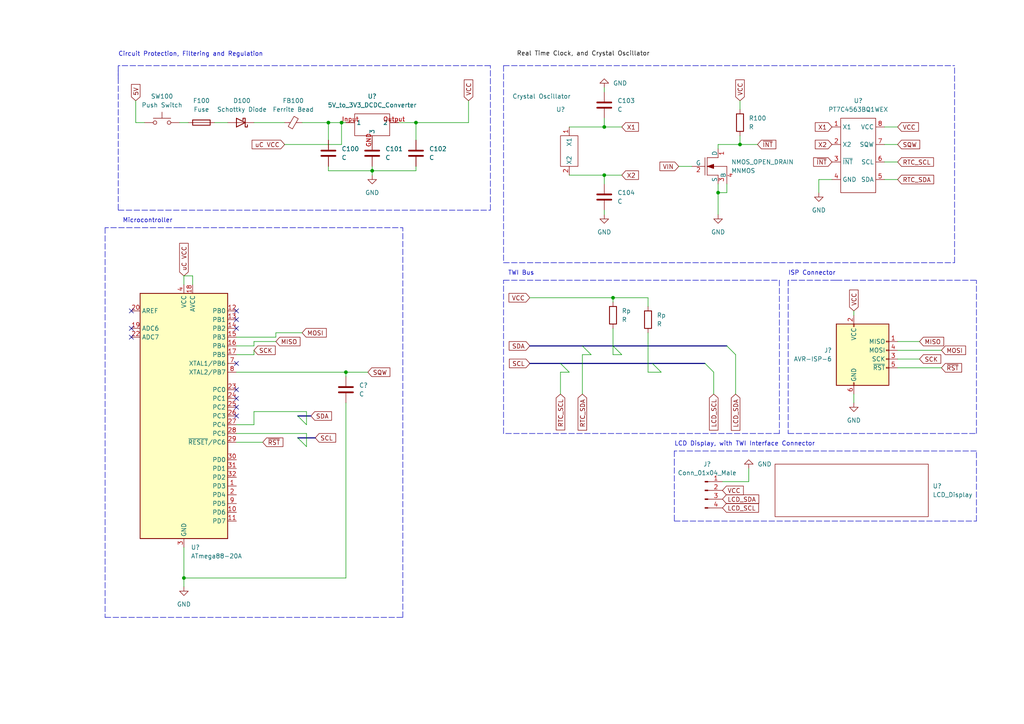
<source format=kicad_sch>
(kicad_sch (version 20211123) (generator eeschema)

  (uuid 233d14ec-e17f-4b70-ace9-a65479e58a33)

  (paper "A4")

  (title_block
    (title "PCB Watch [Draft]")
    (date "2022-04-03")
    (rev "1.0")
    (company "Rajnesh K Joshi")
    (comment 1 "Schematic portraying wiring and symbols of an electronic PCB Watch.")
    (comment 2 "Design is a draft.")
  )

  (lib_symbols
    (symbol "Connector:AVR-ISP-6" (pin_names (offset 1.016)) (in_bom yes) (on_board yes)
      (property "Reference" "J" (id 0) (at -6.35 11.43 0)
        (effects (font (size 1.27 1.27)) (justify left))
      )
      (property "Value" "AVR-ISP-6" (id 1) (at 0 11.43 0)
        (effects (font (size 1.27 1.27)) (justify left))
      )
      (property "Footprint" "" (id 2) (at -6.35 1.27 90)
        (effects (font (size 1.27 1.27)) hide)
      )
      (property "Datasheet" " ~" (id 3) (at -32.385 -13.97 0)
        (effects (font (size 1.27 1.27)) hide)
      )
      (property "ki_keywords" "AVR ISP Connector" (id 4) (at 0 0 0)
        (effects (font (size 1.27 1.27)) hide)
      )
      (property "ki_description" "Atmel 6-pin ISP connector" (id 5) (at 0 0 0)
        (effects (font (size 1.27 1.27)) hide)
      )
      (property "ki_fp_filters" "IDC?Header*2x03* Pin?Header*2x03*" (id 6) (at 0 0 0)
        (effects (font (size 1.27 1.27)) hide)
      )
      (symbol "AVR-ISP-6_0_1"
        (rectangle (start -2.667 -6.858) (end -2.413 -7.62)
          (stroke (width 0) (type default) (color 0 0 0 0))
          (fill (type none))
        )
        (rectangle (start -2.667 10.16) (end -2.413 9.398)
          (stroke (width 0) (type default) (color 0 0 0 0))
          (fill (type none))
        )
        (rectangle (start 7.62 -2.413) (end 6.858 -2.667)
          (stroke (width 0) (type default) (color 0 0 0 0))
          (fill (type none))
        )
        (rectangle (start 7.62 0.127) (end 6.858 -0.127)
          (stroke (width 0) (type default) (color 0 0 0 0))
          (fill (type none))
        )
        (rectangle (start 7.62 2.667) (end 6.858 2.413)
          (stroke (width 0) (type default) (color 0 0 0 0))
          (fill (type none))
        )
        (rectangle (start 7.62 5.207) (end 6.858 4.953)
          (stroke (width 0) (type default) (color 0 0 0 0))
          (fill (type none))
        )
        (rectangle (start 7.62 10.16) (end -7.62 -7.62)
          (stroke (width 0.254) (type default) (color 0 0 0 0))
          (fill (type background))
        )
      )
      (symbol "AVR-ISP-6_1_1"
        (pin passive line (at 10.16 5.08 180) (length 2.54)
          (name "MISO" (effects (font (size 1.27 1.27))))
          (number "1" (effects (font (size 1.27 1.27))))
        )
        (pin passive line (at -2.54 12.7 270) (length 2.54)
          (name "VCC" (effects (font (size 1.27 1.27))))
          (number "2" (effects (font (size 1.27 1.27))))
        )
        (pin passive line (at 10.16 0 180) (length 2.54)
          (name "SCK" (effects (font (size 1.27 1.27))))
          (number "3" (effects (font (size 1.27 1.27))))
        )
        (pin passive line (at 10.16 2.54 180) (length 2.54)
          (name "MOSI" (effects (font (size 1.27 1.27))))
          (number "4" (effects (font (size 1.27 1.27))))
        )
        (pin passive line (at 10.16 -2.54 180) (length 2.54)
          (name "~{RST}" (effects (font (size 1.27 1.27))))
          (number "5" (effects (font (size 1.27 1.27))))
        )
        (pin passive line (at -2.54 -10.16 90) (length 2.54)
          (name "GND" (effects (font (size 1.27 1.27))))
          (number "6" (effects (font (size 1.27 1.27))))
        )
      )
    )
    (symbol "Connector:Conn_01x04_Male" (pin_names (offset 1.016) hide) (in_bom yes) (on_board yes)
      (property "Reference" "J" (id 0) (at 0 5.08 0)
        (effects (font (size 1.27 1.27)))
      )
      (property "Value" "Conn_01x04_Male" (id 1) (at 0 -7.62 0)
        (effects (font (size 1.27 1.27)))
      )
      (property "Footprint" "" (id 2) (at 0 0 0)
        (effects (font (size 1.27 1.27)) hide)
      )
      (property "Datasheet" "~" (id 3) (at 0 0 0)
        (effects (font (size 1.27 1.27)) hide)
      )
      (property "ki_keywords" "connector" (id 4) (at 0 0 0)
        (effects (font (size 1.27 1.27)) hide)
      )
      (property "ki_description" "Generic connector, single row, 01x04, script generated (kicad-library-utils/schlib/autogen/connector/)" (id 5) (at 0 0 0)
        (effects (font (size 1.27 1.27)) hide)
      )
      (property "ki_fp_filters" "Connector*:*_1x??_*" (id 6) (at 0 0 0)
        (effects (font (size 1.27 1.27)) hide)
      )
      (symbol "Conn_01x04_Male_1_1"
        (polyline
          (pts
            (xy 1.27 -5.08)
            (xy 0.8636 -5.08)
          )
          (stroke (width 0.1524) (type default) (color 0 0 0 0))
          (fill (type none))
        )
        (polyline
          (pts
            (xy 1.27 -2.54)
            (xy 0.8636 -2.54)
          )
          (stroke (width 0.1524) (type default) (color 0 0 0 0))
          (fill (type none))
        )
        (polyline
          (pts
            (xy 1.27 0)
            (xy 0.8636 0)
          )
          (stroke (width 0.1524) (type default) (color 0 0 0 0))
          (fill (type none))
        )
        (polyline
          (pts
            (xy 1.27 2.54)
            (xy 0.8636 2.54)
          )
          (stroke (width 0.1524) (type default) (color 0 0 0 0))
          (fill (type none))
        )
        (rectangle (start 0.8636 -4.953) (end 0 -5.207)
          (stroke (width 0.1524) (type default) (color 0 0 0 0))
          (fill (type outline))
        )
        (rectangle (start 0.8636 -2.413) (end 0 -2.667)
          (stroke (width 0.1524) (type default) (color 0 0 0 0))
          (fill (type outline))
        )
        (rectangle (start 0.8636 0.127) (end 0 -0.127)
          (stroke (width 0.1524) (type default) (color 0 0 0 0))
          (fill (type outline))
        )
        (rectangle (start 0.8636 2.667) (end 0 2.413)
          (stroke (width 0.1524) (type default) (color 0 0 0 0))
          (fill (type outline))
        )
        (pin passive line (at 5.08 2.54 180) (length 3.81)
          (name "Pin_1" (effects (font (size 1.27 1.27))))
          (number "1" (effects (font (size 1.27 1.27))))
        )
        (pin passive line (at 5.08 0 180) (length 3.81)
          (name "Pin_2" (effects (font (size 1.27 1.27))))
          (number "2" (effects (font (size 1.27 1.27))))
        )
        (pin passive line (at 5.08 -2.54 180) (length 3.81)
          (name "Pin_3" (effects (font (size 1.27 1.27))))
          (number "3" (effects (font (size 1.27 1.27))))
        )
        (pin passive line (at 5.08 -5.08 180) (length 3.81)
          (name "Pin_4" (effects (font (size 1.27 1.27))))
          (number "4" (effects (font (size 1.27 1.27))))
        )
      )
    )
    (symbol "Device:C" (pin_numbers hide) (pin_names (offset 0.254)) (in_bom yes) (on_board yes)
      (property "Reference" "C" (id 0) (at 0.635 2.54 0)
        (effects (font (size 1.27 1.27)) (justify left))
      )
      (property "Value" "C" (id 1) (at 0.635 -2.54 0)
        (effects (font (size 1.27 1.27)) (justify left))
      )
      (property "Footprint" "" (id 2) (at 0.9652 -3.81 0)
        (effects (font (size 1.27 1.27)) hide)
      )
      (property "Datasheet" "~" (id 3) (at 0 0 0)
        (effects (font (size 1.27 1.27)) hide)
      )
      (property "ki_keywords" "cap capacitor" (id 4) (at 0 0 0)
        (effects (font (size 1.27 1.27)) hide)
      )
      (property "ki_description" "Unpolarized capacitor" (id 5) (at 0 0 0)
        (effects (font (size 1.27 1.27)) hide)
      )
      (property "ki_fp_filters" "C_*" (id 6) (at 0 0 0)
        (effects (font (size 1.27 1.27)) hide)
      )
      (symbol "C_0_1"
        (polyline
          (pts
            (xy -2.032 -0.762)
            (xy 2.032 -0.762)
          )
          (stroke (width 0.508) (type default) (color 0 0 0 0))
          (fill (type none))
        )
        (polyline
          (pts
            (xy -2.032 0.762)
            (xy 2.032 0.762)
          )
          (stroke (width 0.508) (type default) (color 0 0 0 0))
          (fill (type none))
        )
      )
      (symbol "C_1_1"
        (pin passive line (at 0 3.81 270) (length 2.794)
          (name "~" (effects (font (size 1.27 1.27))))
          (number "1" (effects (font (size 1.27 1.27))))
        )
        (pin passive line (at 0 -3.81 90) (length 2.794)
          (name "~" (effects (font (size 1.27 1.27))))
          (number "2" (effects (font (size 1.27 1.27))))
        )
      )
    )
    (symbol "Device:D_Schottky" (pin_numbers hide) (pin_names (offset 1.016) hide) (in_bom yes) (on_board yes)
      (property "Reference" "D" (id 0) (at 0 2.54 0)
        (effects (font (size 1.27 1.27)))
      )
      (property "Value" "D_Schottky" (id 1) (at 0 -2.54 0)
        (effects (font (size 1.27 1.27)))
      )
      (property "Footprint" "" (id 2) (at 0 0 0)
        (effects (font (size 1.27 1.27)) hide)
      )
      (property "Datasheet" "~" (id 3) (at 0 0 0)
        (effects (font (size 1.27 1.27)) hide)
      )
      (property "ki_keywords" "diode Schottky" (id 4) (at 0 0 0)
        (effects (font (size 1.27 1.27)) hide)
      )
      (property "ki_description" "Schottky diode" (id 5) (at 0 0 0)
        (effects (font (size 1.27 1.27)) hide)
      )
      (property "ki_fp_filters" "TO-???* *_Diode_* *SingleDiode* D_*" (id 6) (at 0 0 0)
        (effects (font (size 1.27 1.27)) hide)
      )
      (symbol "D_Schottky_0_1"
        (polyline
          (pts
            (xy 1.27 0)
            (xy -1.27 0)
          )
          (stroke (width 0) (type default) (color 0 0 0 0))
          (fill (type none))
        )
        (polyline
          (pts
            (xy 1.27 1.27)
            (xy 1.27 -1.27)
            (xy -1.27 0)
            (xy 1.27 1.27)
          )
          (stroke (width 0.254) (type default) (color 0 0 0 0))
          (fill (type none))
        )
        (polyline
          (pts
            (xy -1.905 0.635)
            (xy -1.905 1.27)
            (xy -1.27 1.27)
            (xy -1.27 -1.27)
            (xy -0.635 -1.27)
            (xy -0.635 -0.635)
          )
          (stroke (width 0.254) (type default) (color 0 0 0 0))
          (fill (type none))
        )
      )
      (symbol "D_Schottky_1_1"
        (pin passive line (at -3.81 0 0) (length 2.54)
          (name "K" (effects (font (size 1.27 1.27))))
          (number "1" (effects (font (size 1.27 1.27))))
        )
        (pin passive line (at 3.81 0 180) (length 2.54)
          (name "A" (effects (font (size 1.27 1.27))))
          (number "2" (effects (font (size 1.27 1.27))))
        )
      )
    )
    (symbol "Device:FerriteBead_Small" (pin_numbers hide) (pin_names (offset 0)) (in_bom yes) (on_board yes)
      (property "Reference" "FB" (id 0) (at 1.905 1.27 0)
        (effects (font (size 1.27 1.27)) (justify left))
      )
      (property "Value" "FerriteBead_Small" (id 1) (at 1.905 -1.27 0)
        (effects (font (size 1.27 1.27)) (justify left))
      )
      (property "Footprint" "" (id 2) (at -1.778 0 90)
        (effects (font (size 1.27 1.27)) hide)
      )
      (property "Datasheet" "~" (id 3) (at 0 0 0)
        (effects (font (size 1.27 1.27)) hide)
      )
      (property "ki_keywords" "L ferrite bead inductor filter" (id 4) (at 0 0 0)
        (effects (font (size 1.27 1.27)) hide)
      )
      (property "ki_description" "Ferrite bead, small symbol" (id 5) (at 0 0 0)
        (effects (font (size 1.27 1.27)) hide)
      )
      (property "ki_fp_filters" "Inductor_* L_* *Ferrite*" (id 6) (at 0 0 0)
        (effects (font (size 1.27 1.27)) hide)
      )
      (symbol "FerriteBead_Small_0_1"
        (polyline
          (pts
            (xy 0 -1.27)
            (xy 0 -0.7874)
          )
          (stroke (width 0) (type default) (color 0 0 0 0))
          (fill (type none))
        )
        (polyline
          (pts
            (xy 0 0.889)
            (xy 0 1.2954)
          )
          (stroke (width 0) (type default) (color 0 0 0 0))
          (fill (type none))
        )
        (polyline
          (pts
            (xy -1.8288 0.2794)
            (xy -1.1176 1.4986)
            (xy 1.8288 -0.2032)
            (xy 1.1176 -1.4224)
            (xy -1.8288 0.2794)
          )
          (stroke (width 0) (type default) (color 0 0 0 0))
          (fill (type none))
        )
      )
      (symbol "FerriteBead_Small_1_1"
        (pin passive line (at 0 2.54 270) (length 1.27)
          (name "~" (effects (font (size 1.27 1.27))))
          (number "1" (effects (font (size 1.27 1.27))))
        )
        (pin passive line (at 0 -2.54 90) (length 1.27)
          (name "~" (effects (font (size 1.27 1.27))))
          (number "2" (effects (font (size 1.27 1.27))))
        )
      )
    )
    (symbol "Device:Fuse" (pin_numbers hide) (pin_names (offset 0)) (in_bom yes) (on_board yes)
      (property "Reference" "F" (id 0) (at 2.032 0 90)
        (effects (font (size 1.27 1.27)))
      )
      (property "Value" "Fuse" (id 1) (at -1.905 0 90)
        (effects (font (size 1.27 1.27)))
      )
      (property "Footprint" "" (id 2) (at -1.778 0 90)
        (effects (font (size 1.27 1.27)) hide)
      )
      (property "Datasheet" "~" (id 3) (at 0 0 0)
        (effects (font (size 1.27 1.27)) hide)
      )
      (property "ki_keywords" "fuse" (id 4) (at 0 0 0)
        (effects (font (size 1.27 1.27)) hide)
      )
      (property "ki_description" "Fuse" (id 5) (at 0 0 0)
        (effects (font (size 1.27 1.27)) hide)
      )
      (property "ki_fp_filters" "*Fuse*" (id 6) (at 0 0 0)
        (effects (font (size 1.27 1.27)) hide)
      )
      (symbol "Fuse_0_1"
        (rectangle (start -0.762 -2.54) (end 0.762 2.54)
          (stroke (width 0.254) (type default) (color 0 0 0 0))
          (fill (type none))
        )
        (polyline
          (pts
            (xy 0 2.54)
            (xy 0 -2.54)
          )
          (stroke (width 0) (type default) (color 0 0 0 0))
          (fill (type none))
        )
      )
      (symbol "Fuse_1_1"
        (pin passive line (at 0 3.81 270) (length 1.27)
          (name "~" (effects (font (size 1.27 1.27))))
          (number "1" (effects (font (size 1.27 1.27))))
        )
        (pin passive line (at 0 -3.81 90) (length 1.27)
          (name "~" (effects (font (size 1.27 1.27))))
          (number "2" (effects (font (size 1.27 1.27))))
        )
      )
    )
    (symbol "Device:R" (pin_numbers hide) (pin_names (offset 0)) (in_bom yes) (on_board yes)
      (property "Reference" "R" (id 0) (at 2.032 0 90)
        (effects (font (size 1.27 1.27)))
      )
      (property "Value" "R" (id 1) (at 0 0 90)
        (effects (font (size 1.27 1.27)))
      )
      (property "Footprint" "" (id 2) (at -1.778 0 90)
        (effects (font (size 1.27 1.27)) hide)
      )
      (property "Datasheet" "~" (id 3) (at 0 0 0)
        (effects (font (size 1.27 1.27)) hide)
      )
      (property "ki_keywords" "R res resistor" (id 4) (at 0 0 0)
        (effects (font (size 1.27 1.27)) hide)
      )
      (property "ki_description" "Resistor" (id 5) (at 0 0 0)
        (effects (font (size 1.27 1.27)) hide)
      )
      (property "ki_fp_filters" "R_*" (id 6) (at 0 0 0)
        (effects (font (size 1.27 1.27)) hide)
      )
      (symbol "R_0_1"
        (rectangle (start -1.016 -2.54) (end 1.016 2.54)
          (stroke (width 0.254) (type default) (color 0 0 0 0))
          (fill (type none))
        )
      )
      (symbol "R_1_1"
        (pin passive line (at 0 3.81 270) (length 1.27)
          (name "~" (effects (font (size 1.27 1.27))))
          (number "1" (effects (font (size 1.27 1.27))))
        )
        (pin passive line (at 0 -3.81 90) (length 1.27)
          (name "~" (effects (font (size 1.27 1.27))))
          (number "2" (effects (font (size 1.27 1.27))))
        )
      )
    )
    (symbol "MCU_Microchip_ATmega:ATmega88-20A" (in_bom yes) (on_board yes)
      (property "Reference" "U" (id 0) (at -12.7 36.83 0)
        (effects (font (size 1.27 1.27)) (justify left bottom))
      )
      (property "Value" "ATmega88-20A" (id 1) (at 2.54 -36.83 0)
        (effects (font (size 1.27 1.27)) (justify left top))
      )
      (property "Footprint" "Package_QFP:TQFP-32_7x7mm_P0.8mm" (id 2) (at 0 0 0)
        (effects (font (size 1.27 1.27) italic) hide)
      )
      (property "Datasheet" "http://ww1.microchip.com/downloads/en/DeviceDoc/Atmel-2545-8-bit-AVR-Microcontroller-ATmega48-88-168_Datasheet.pdf" (id 3) (at 0 0 0)
        (effects (font (size 1.27 1.27)) hide)
      )
      (property "ki_keywords" "AVR 8bit Microcontroller MegaAVR" (id 4) (at 0 0 0)
        (effects (font (size 1.27 1.27)) hide)
      )
      (property "ki_description" "20MHz, 8kB Flash, 1kB SRAM, 512B EEPROM, TQFP-32" (id 5) (at 0 0 0)
        (effects (font (size 1.27 1.27)) hide)
      )
      (property "ki_fp_filters" "TQFP*7x7mm*P0.8mm*" (id 6) (at 0 0 0)
        (effects (font (size 1.27 1.27)) hide)
      )
      (symbol "ATmega88-20A_0_1"
        (rectangle (start -12.7 -35.56) (end 12.7 35.56)
          (stroke (width 0.254) (type default) (color 0 0 0 0))
          (fill (type background))
        )
      )
      (symbol "ATmega88-20A_1_1"
        (pin bidirectional line (at 15.24 -20.32 180) (length 2.54)
          (name "PD3" (effects (font (size 1.27 1.27))))
          (number "1" (effects (font (size 1.27 1.27))))
        )
        (pin bidirectional line (at 15.24 -27.94 180) (length 2.54)
          (name "PD6" (effects (font (size 1.27 1.27))))
          (number "10" (effects (font (size 1.27 1.27))))
        )
        (pin bidirectional line (at 15.24 -30.48 180) (length 2.54)
          (name "PD7" (effects (font (size 1.27 1.27))))
          (number "11" (effects (font (size 1.27 1.27))))
        )
        (pin bidirectional line (at 15.24 30.48 180) (length 2.54)
          (name "PB0" (effects (font (size 1.27 1.27))))
          (number "12" (effects (font (size 1.27 1.27))))
        )
        (pin bidirectional line (at 15.24 27.94 180) (length 2.54)
          (name "PB1" (effects (font (size 1.27 1.27))))
          (number "13" (effects (font (size 1.27 1.27))))
        )
        (pin bidirectional line (at 15.24 25.4 180) (length 2.54)
          (name "PB2" (effects (font (size 1.27 1.27))))
          (number "14" (effects (font (size 1.27 1.27))))
        )
        (pin bidirectional line (at 15.24 22.86 180) (length 2.54)
          (name "PB3" (effects (font (size 1.27 1.27))))
          (number "15" (effects (font (size 1.27 1.27))))
        )
        (pin bidirectional line (at 15.24 20.32 180) (length 2.54)
          (name "PB4" (effects (font (size 1.27 1.27))))
          (number "16" (effects (font (size 1.27 1.27))))
        )
        (pin bidirectional line (at 15.24 17.78 180) (length 2.54)
          (name "PB5" (effects (font (size 1.27 1.27))))
          (number "17" (effects (font (size 1.27 1.27))))
        )
        (pin power_in line (at 2.54 38.1 270) (length 2.54)
          (name "AVCC" (effects (font (size 1.27 1.27))))
          (number "18" (effects (font (size 1.27 1.27))))
        )
        (pin input line (at -15.24 25.4 0) (length 2.54)
          (name "ADC6" (effects (font (size 1.27 1.27))))
          (number "19" (effects (font (size 1.27 1.27))))
        )
        (pin bidirectional line (at 15.24 -22.86 180) (length 2.54)
          (name "PD4" (effects (font (size 1.27 1.27))))
          (number "2" (effects (font (size 1.27 1.27))))
        )
        (pin passive line (at -15.24 30.48 0) (length 2.54)
          (name "AREF" (effects (font (size 1.27 1.27))))
          (number "20" (effects (font (size 1.27 1.27))))
        )
        (pin passive line (at 0 -38.1 90) (length 2.54) hide
          (name "GND" (effects (font (size 1.27 1.27))))
          (number "21" (effects (font (size 1.27 1.27))))
        )
        (pin input line (at -15.24 22.86 0) (length 2.54)
          (name "ADC7" (effects (font (size 1.27 1.27))))
          (number "22" (effects (font (size 1.27 1.27))))
        )
        (pin bidirectional line (at 15.24 7.62 180) (length 2.54)
          (name "PC0" (effects (font (size 1.27 1.27))))
          (number "23" (effects (font (size 1.27 1.27))))
        )
        (pin bidirectional line (at 15.24 5.08 180) (length 2.54)
          (name "PC1" (effects (font (size 1.27 1.27))))
          (number "24" (effects (font (size 1.27 1.27))))
        )
        (pin bidirectional line (at 15.24 2.54 180) (length 2.54)
          (name "PC2" (effects (font (size 1.27 1.27))))
          (number "25" (effects (font (size 1.27 1.27))))
        )
        (pin bidirectional line (at 15.24 0 180) (length 2.54)
          (name "PC3" (effects (font (size 1.27 1.27))))
          (number "26" (effects (font (size 1.27 1.27))))
        )
        (pin bidirectional line (at 15.24 -2.54 180) (length 2.54)
          (name "PC4" (effects (font (size 1.27 1.27))))
          (number "27" (effects (font (size 1.27 1.27))))
        )
        (pin bidirectional line (at 15.24 -5.08 180) (length 2.54)
          (name "PC5" (effects (font (size 1.27 1.27))))
          (number "28" (effects (font (size 1.27 1.27))))
        )
        (pin bidirectional line (at 15.24 -7.62 180) (length 2.54)
          (name "~{RESET}/PC6" (effects (font (size 1.27 1.27))))
          (number "29" (effects (font (size 1.27 1.27))))
        )
        (pin power_in line (at 0 -38.1 90) (length 2.54)
          (name "GND" (effects (font (size 1.27 1.27))))
          (number "3" (effects (font (size 1.27 1.27))))
        )
        (pin bidirectional line (at 15.24 -12.7 180) (length 2.54)
          (name "PD0" (effects (font (size 1.27 1.27))))
          (number "30" (effects (font (size 1.27 1.27))))
        )
        (pin bidirectional line (at 15.24 -15.24 180) (length 2.54)
          (name "PD1" (effects (font (size 1.27 1.27))))
          (number "31" (effects (font (size 1.27 1.27))))
        )
        (pin bidirectional line (at 15.24 -17.78 180) (length 2.54)
          (name "PD2" (effects (font (size 1.27 1.27))))
          (number "32" (effects (font (size 1.27 1.27))))
        )
        (pin power_in line (at 0 38.1 270) (length 2.54)
          (name "VCC" (effects (font (size 1.27 1.27))))
          (number "4" (effects (font (size 1.27 1.27))))
        )
        (pin passive line (at 0 -38.1 90) (length 2.54) hide
          (name "GND" (effects (font (size 1.27 1.27))))
          (number "5" (effects (font (size 1.27 1.27))))
        )
        (pin passive line (at 0 38.1 270) (length 2.54) hide
          (name "VCC" (effects (font (size 1.27 1.27))))
          (number "6" (effects (font (size 1.27 1.27))))
        )
        (pin bidirectional line (at 15.24 15.24 180) (length 2.54)
          (name "XTAL1/PB6" (effects (font (size 1.27 1.27))))
          (number "7" (effects (font (size 1.27 1.27))))
        )
        (pin bidirectional line (at 15.24 12.7 180) (length 2.54)
          (name "XTAL2/PB7" (effects (font (size 1.27 1.27))))
          (number "8" (effects (font (size 1.27 1.27))))
        )
        (pin bidirectional line (at 15.24 -25.4 180) (length 2.54)
          (name "PD5" (effects (font (size 1.27 1.27))))
          (number "9" (effects (font (size 1.27 1.27))))
        )
      )
    )
    (symbol "PCB_watch_symbol_lib:5V_to_3V3_DCDC_Converter" (in_bom yes) (on_board yes)
      (property "Reference" "U" (id 0) (at 10.16 5.08 0)
        (effects (font (size 1.27 1.27)))
      )
      (property "Value" "5V_to_3V3_DCDC_Converter" (id 1) (at 2.54 7.62 0)
        (effects (font (size 1.27 1.27)))
      )
      (property "Footprint" "" (id 2) (at 1.27 2.54 0)
        (effects (font (size 1.27 1.27)) hide)
      )
      (property "Datasheet" "" (id 3) (at 1.27 2.54 0)
        (effects (font (size 1.27 1.27)) hide)
      )
      (symbol "5V_to_3V3_DCDC_Converter_0_1"
        (polyline
          (pts
            (xy 5.08 0)
            (xy 5.08 2.54)
            (xy -5.08 2.54)
            (xy -5.08 -3.81)
            (xy 5.08 -3.81)
            (xy 5.08 0)
          )
          (stroke (width 0) (type default) (color 0 0 0 0))
          (fill (type none))
        )
      )
      (symbol "5V_to_3V3_DCDC_Converter_1_1"
        (pin output line (at 0 -6.35 90) (length 2.54)
          (name "3" (effects (font (size 1.27 1.27))))
          (number "GND" (effects (font (size 1.27 1.27))))
        )
        (pin input line (at -7.62 0 0) (length 2.54)
          (name "1" (effects (font (size 1.27 1.27))))
          (number "Input" (effects (font (size 1.27 1.27))))
        )
        (pin input line (at 7.62 0 180) (length 2.54)
          (name "2" (effects (font (size 1.27 1.27))))
          (number "Output" (effects (font (size 1.27 1.27))))
        )
      )
    )
    (symbol "PCB_watch_symbol_lib:LCD_Display" (in_bom yes) (on_board yes)
      (property "Reference" "U" (id 0) (at 6.35 1.27 0)
        (effects (font (size 1.27 1.27)))
      )
      (property "Value" "LCD_Display" (id 1) (at 0 2.54 0)
        (effects (font (size 1.27 1.27)))
      )
      (property "Footprint" "" (id 2) (at 0 2.54 0)
        (effects (font (size 1.27 1.27)) hide)
      )
      (property "Datasheet" "" (id 3) (at 0 2.54 0)
        (effects (font (size 1.27 1.27)) hide)
      )
      (symbol "LCD_Display_0_1"
        (rectangle (start -7.62 -1.27) (end 36.83 -16.51)
          (stroke (width 0) (type default) (color 0 0 0 0))
          (fill (type none))
        )
      )
    )
    (symbol "PCB_watch_symbol_lib:PT7C4563BQ1WEX" (in_bom yes) (on_board yes)
      (property "Reference" "U" (id 0) (at 6.35 2.54 0)
        (effects (font (size 1.27 1.27)))
      )
      (property "Value" "PT7C4563BQ1WEX" (id 1) (at 3.81 5.08 0)
        (effects (font (size 1.27 1.27)))
      )
      (property "Footprint" "" (id 2) (at -11.43 1.27 0)
        (effects (font (size 1.27 1.27)) hide)
      )
      (property "Datasheet" "" (id 3) (at -11.43 1.27 0)
        (effects (font (size 1.27 1.27)) hide)
      )
      (symbol "PT7C4563BQ1WEX_0_1"
        (polyline
          (pts
            (xy -5.08 0)
            (xy -5.08 -21.59)
            (xy 5.08 -21.59)
            (xy 5.08 0)
            (xy -5.08 0)
          )
          (stroke (width 0) (type default) (color 0 0 0 0))
          (fill (type none))
        )
      )
      (symbol "PT7C4563BQ1WEX_1_1"
        (pin input line (at -7.62 -2.54 0) (length 2.54)
          (name "X1" (effects (font (size 1.27 1.27))))
          (number "1" (effects (font (size 1.27 1.27))))
        )
        (pin output line (at -7.62 -7.62 0) (length 2.54)
          (name "X2" (effects (font (size 1.27 1.27))))
          (number "2" (effects (font (size 1.27 1.27))))
        )
        (pin input line (at -7.62 -12.7 0) (length 2.54)
          (name "~{INT}" (effects (font (size 1.27 1.27))))
          (number "3" (effects (font (size 1.27 1.27))))
        )
        (pin power_in line (at -7.62 -17.78 0) (length 2.54)
          (name "GND" (effects (font (size 1.27 1.27))))
          (number "4" (effects (font (size 1.27 1.27))))
        )
        (pin bidirectional line (at 7.62 -17.78 180) (length 2.54)
          (name "SDA" (effects (font (size 1.27 1.27))))
          (number "5" (effects (font (size 1.27 1.27))))
        )
        (pin input line (at 7.62 -12.7 180) (length 2.54)
          (name "SCL" (effects (font (size 1.27 1.27))))
          (number "6" (effects (font (size 1.27 1.27))))
        )
        (pin output line (at 7.62 -7.62 180) (length 2.54)
          (name "SQW" (effects (font (size 1.27 1.27))))
          (number "7" (effects (font (size 1.27 1.27))))
        )
        (pin power_in line (at 7.62 -2.54 180) (length 2.54)
          (name "VCC" (effects (font (size 1.27 1.27))))
          (number "8" (effects (font (size 1.27 1.27))))
        )
      )
    )
    (symbol "PCB_watch_symbol_lib:XDBCZLNDMD-0.032768" (in_bom yes) (on_board yes)
      (property "Reference" "U" (id 0) (at 10.16 1.27 0)
        (effects (font (size 1.27 1.27)))
      )
      (property "Value" "XDBCZLNDMD-0.032768" (id 1) (at 2.54 3.81 0)
        (effects (font (size 1.27 1.27)))
      )
      (property "Footprint" "" (id 2) (at 0 0 0)
        (effects (font (size 1.27 1.27)) hide)
      )
      (property "Datasheet" "" (id 3) (at 0 0 0)
        (effects (font (size 1.27 1.27)) hide)
      )
      (symbol "XDBCZLNDMD-0.032768_0_1"
        (polyline
          (pts
            (xy 0 -5.08)
            (xy -2.54 -5.08)
            (xy -2.54 -13.97)
            (xy 2.54 -13.97)
            (xy 2.54 -5.08)
            (xy 0 -5.08)
          )
          (stroke (width 0) (type default) (color 0 0 0 0))
          (fill (type none))
        )
      )
      (symbol "XDBCZLNDMD-0.032768_1_1"
        (pin input line (at 0 -2.54 270) (length 2.54)
          (name "X1" (effects (font (size 1.27 1.27))))
          (number "1" (effects (font (size 1.27 1.27))))
        )
        (pin output line (at 0 -16.51 90) (length 2.54)
          (name "X2" (effects (font (size 1.27 1.27))))
          (number "2" (effects (font (size 1.27 1.27))))
        )
      )
    )
    (symbol "Switch:SW_Push" (pin_numbers hide) (pin_names (offset 1.016) hide) (in_bom yes) (on_board yes)
      (property "Reference" "SW" (id 0) (at 1.27 2.54 0)
        (effects (font (size 1.27 1.27)) (justify left))
      )
      (property "Value" "SW_Push" (id 1) (at 0 -1.524 0)
        (effects (font (size 1.27 1.27)))
      )
      (property "Footprint" "" (id 2) (at 0 5.08 0)
        (effects (font (size 1.27 1.27)) hide)
      )
      (property "Datasheet" "~" (id 3) (at 0 5.08 0)
        (effects (font (size 1.27 1.27)) hide)
      )
      (property "ki_keywords" "switch normally-open pushbutton push-button" (id 4) (at 0 0 0)
        (effects (font (size 1.27 1.27)) hide)
      )
      (property "ki_description" "Push button switch, generic, two pins" (id 5) (at 0 0 0)
        (effects (font (size 1.27 1.27)) hide)
      )
      (symbol "SW_Push_0_1"
        (circle (center -2.032 0) (radius 0.508)
          (stroke (width 0) (type default) (color 0 0 0 0))
          (fill (type none))
        )
        (polyline
          (pts
            (xy 0 1.27)
            (xy 0 3.048)
          )
          (stroke (width 0) (type default) (color 0 0 0 0))
          (fill (type none))
        )
        (polyline
          (pts
            (xy 2.54 1.27)
            (xy -2.54 1.27)
          )
          (stroke (width 0) (type default) (color 0 0 0 0))
          (fill (type none))
        )
        (circle (center 2.032 0) (radius 0.508)
          (stroke (width 0) (type default) (color 0 0 0 0))
          (fill (type none))
        )
        (pin passive line (at -5.08 0 0) (length 2.54)
          (name "1" (effects (font (size 1.27 1.27))))
          (number "1" (effects (font (size 1.27 1.27))))
        )
        (pin passive line (at 5.08 0 180) (length 2.54)
          (name "2" (effects (font (size 1.27 1.27))))
          (number "2" (effects (font (size 1.27 1.27))))
        )
      )
    )
    (symbol "power:GND" (power) (pin_names (offset 0)) (in_bom yes) (on_board yes)
      (property "Reference" "#PWR" (id 0) (at 0 -6.35 0)
        (effects (font (size 1.27 1.27)) hide)
      )
      (property "Value" "GND" (id 1) (at 0 -3.81 0)
        (effects (font (size 1.27 1.27)))
      )
      (property "Footprint" "" (id 2) (at 0 0 0)
        (effects (font (size 1.27 1.27)) hide)
      )
      (property "Datasheet" "" (id 3) (at 0 0 0)
        (effects (font (size 1.27 1.27)) hide)
      )
      (property "ki_keywords" "power-flag" (id 4) (at 0 0 0)
        (effects (font (size 1.27 1.27)) hide)
      )
      (property "ki_description" "Power symbol creates a global label with name \"GND\" , ground" (id 5) (at 0 0 0)
        (effects (font (size 1.27 1.27)) hide)
      )
      (symbol "GND_0_1"
        (polyline
          (pts
            (xy 0 0)
            (xy 0 -1.27)
            (xy 1.27 -1.27)
            (xy 0 -2.54)
            (xy -1.27 -1.27)
            (xy 0 -1.27)
          )
          (stroke (width 0) (type default) (color 0 0 0 0))
          (fill (type none))
        )
      )
      (symbol "GND_1_1"
        (pin power_in line (at 0 0 270) (length 0) hide
          (name "GND" (effects (font (size 1.27 1.27))))
          (number "1" (effects (font (size 1.27 1.27))))
        )
      )
    )
    (symbol "pspice:MNMOS" (pin_names (offset 0)) (in_bom yes) (on_board yes)
      (property "Reference" "M" (id 0) (at 7.62 1.27 0)
        (effects (font (size 1.27 1.27)) (justify left))
      )
      (property "Value" "MNMOS" (id 1) (at 7.62 -1.27 0)
        (effects (font (size 1.27 1.27)) (justify left))
      )
      (property "Footprint" "" (id 2) (at -0.635 0 0)
        (effects (font (size 1.27 1.27)) hide)
      )
      (property "Datasheet" "~" (id 3) (at -0.635 0 0)
        (effects (font (size 1.27 1.27)) hide)
      )
      (property "ki_keywords" "mosfet nmos simulation" (id 4) (at 0 0 0)
        (effects (font (size 1.27 1.27)) hide)
      )
      (property "ki_description" "N-channel MOSFET symbol for simulation only" (id 5) (at 0 0 0)
        (effects (font (size 1.27 1.27)) hide)
      )
      (symbol "MNMOS_0_1"
        (polyline
          (pts
            (xy -1.27 -2.54)
            (xy -1.27 2.54)
          )
          (stroke (width 0) (type default) (color 0 0 0 0))
          (fill (type none))
        )
        (polyline
          (pts
            (xy -0.635 -2.54)
            (xy 2.54 -2.54)
          )
          (stroke (width 0) (type default) (color 0 0 0 0))
          (fill (type none))
        )
        (polyline
          (pts
            (xy 2.54 2.54)
            (xy -0.635 2.54)
          )
          (stroke (width 0) (type default) (color 0 0 0 0))
          (fill (type none))
        )
        (polyline
          (pts
            (xy 5.08 0)
            (xy -0.635 0)
          )
          (stroke (width 0) (type default) (color 0 0 0 0))
          (fill (type none))
        )
        (polyline
          (pts
            (xy -0.635 0)
            (xy 1.27 0.635)
            (xy 1.27 -0.635)
            (xy -0.635 0)
          )
          (stroke (width 0) (type default) (color 0 0 0 0))
          (fill (type outline))
        )
      )
      (symbol "MNMOS_1_1"
        (polyline
          (pts
            (xy -0.635 -2.54)
            (xy -0.635 2.54)
          )
          (stroke (width 0) (type default) (color 0 0 0 0))
          (fill (type none))
        )
        (pin passive line (at 2.54 5.08 270) (length 2.54)
          (name "D" (effects (font (size 1.27 1.27))))
          (number "1" (effects (font (size 1.27 1.27))))
        )
        (pin input line (at -5.08 0 0) (length 3.81)
          (name "G" (effects (font (size 1.27 1.27))))
          (number "2" (effects (font (size 1.27 1.27))))
        )
        (pin passive line (at 2.54 -5.08 90) (length 2.54)
          (name "S" (effects (font (size 1.27 1.27))))
          (number "3" (effects (font (size 1.27 1.27))))
        )
        (pin input line (at 5.08 -5.08 90) (length 5.08)
          (name "B" (effects (font (size 1.27 1.27))))
          (number "4" (effects (font (size 1.27 1.27))))
        )
      )
    )
  )

  (junction (at 177.8 86.36) (diameter 0) (color 0 0 0 0)
    (uuid 164d945b-6536-477c-bcee-94520c69f61d)
  )
  (junction (at 208.28 55.88) (diameter 0) (color 0 0 0 0)
    (uuid 362c3273-8c6e-4c10-8e0d-885f5218814c)
  )
  (junction (at 175.26 50.8) (diameter 0) (color 0 0 0 0)
    (uuid 3ad50c5e-b562-4d54-b03f-a4709d29b1ee)
  )
  (junction (at 120.65 35.56) (diameter 0) (color 0 0 0 0)
    (uuid 521a3182-1b4a-4ce1-97c1-0587405f8ae5)
  )
  (junction (at 107.95 49.53) (diameter 0) (color 0 0 0 0)
    (uuid 5370c8c3-f52c-4f86-99c0-442c5a02aff5)
  )
  (junction (at 95.25 35.56) (diameter 0) (color 0 0 0 0)
    (uuid 89ee5ba3-3fc3-47a6-9a59-148badb8402c)
  )
  (junction (at 100.33 107.95) (diameter 0) (color 0 0 0 0)
    (uuid b90d8648-7911-4019-97e5-de40d49af4f0)
  )
  (junction (at 214.63 41.91) (diameter 0) (color 0 0 0 0)
    (uuid d443f8d6-7010-458e-8105-3ff3460adc27)
  )
  (junction (at 175.26 36.83) (diameter 0) (color 0 0 0 0)
    (uuid ec8ca9fc-bb60-4f62-aceb-af65694124ea)
  )
  (junction (at 99.06 35.56) (diameter 0) (color 0 0 0 0)
    (uuid f1675ede-35bd-43fc-a32f-cc3a91cf6cc2)
  )
  (junction (at 53.34 167.64) (diameter 0) (color 0 0 0 0)
    (uuid f6a5969d-7abb-4b4a-bf46-d2d716350cfb)
  )

  (no_connect (at 38.1 95.25) (uuid 320a8192-22c3-4d44-96c3-c2aa088209f9))
  (no_connect (at 38.1 90.17) (uuid 320a8192-22c3-4d44-96c3-c2aa088209f9))
  (no_connect (at 38.1 97.79) (uuid 320a8192-22c3-4d44-96c3-c2aa088209f9))
  (no_connect (at 68.58 120.65) (uuid 320a8192-22c3-4d44-96c3-c2aa088209f9))
  (no_connect (at 68.58 118.11) (uuid 320a8192-22c3-4d44-96c3-c2aa088209f9))
  (no_connect (at 68.58 113.03) (uuid 320a8192-22c3-4d44-96c3-c2aa088209f9))
  (no_connect (at 68.58 115.57) (uuid 320a8192-22c3-4d44-96c3-c2aa088209f9))
  (no_connect (at 68.58 105.41) (uuid c60a7efb-58b1-439d-8c55-852d94d6d996))
  (no_connect (at 68.58 95.25) (uuid f9c0a79e-9ee1-4c3b-b687-5ab01c9d891e))
  (no_connect (at 68.58 92.71) (uuid f9c0a79e-9ee1-4c3b-b687-5ab01c9d891e))
  (no_connect (at 68.58 90.17) (uuid fef161ee-16ef-4619-82af-a1b7699c44bf))

  (bus_entry (at 168.91 100.33) (size 2.54 2.54)
    (stroke (width 0) (type default) (color 0 0 0 0))
    (uuid 0e4651a7-3d87-4415-8be6-06f84eb097b2)
  )
  (bus_entry (at 162.56 105.41) (size 2.54 2.54)
    (stroke (width 0) (type default) (color 0 0 0 0))
    (uuid 0e4651a7-3d87-4415-8be6-06f84eb097b2)
  )
  (bus_entry (at 210.82 100.33) (size 2.54 2.54)
    (stroke (width 0) (type default) (color 0 0 0 0))
    (uuid 30025bc0-be44-4c4c-b02b-b4d57a023bc9)
  )
  (bus_entry (at 204.47 105.41) (size 2.54 2.54)
    (stroke (width 0) (type default) (color 0 0 0 0))
    (uuid 30025bc0-be44-4c4c-b02b-b4d57a023bc9)
  )
  (bus_entry (at 189.23 105.41) (size 2.54 2.54)
    (stroke (width 0) (type default) (color 0 0 0 0))
    (uuid 479c9374-3b0e-49b5-96a2-33b41d1a7edf)
  )
  (bus_entry (at 177.8 100.33) (size 2.54 2.54)
    (stroke (width 0) (type default) (color 0 0 0 0))
    (uuid 479c9374-3b0e-49b5-96a2-33b41d1a7edf)
  )
  (bus_entry (at 86.36 120.65) (size 2.54 2.54)
    (stroke (width 0) (type default) (color 0 0 0 0))
    (uuid a1802237-fec7-4f0c-9a89-3dec231cc531)
  )
  (bus_entry (at 86.36 127) (size 2.54 2.54)
    (stroke (width 0) (type default) (color 0 0 0 0))
    (uuid a1802237-fec7-4f0c-9a89-3dec231cc531)
  )

  (wire (pts (xy 256.54 46.99) (xy 260.35 46.99))
    (stroke (width 0) (type default) (color 0 0 0 0))
    (uuid 0078ccd2-a5f4-465d-b68d-209a288d7cd6)
  )
  (wire (pts (xy 100.33 116.84) (xy 100.33 167.64))
    (stroke (width 0) (type default) (color 0 0 0 0))
    (uuid 01db12f5-7772-4f8d-a0a5-e3fac62683c0)
  )
  (polyline (pts (xy 34.29 19.05) (xy 34.29 22.86))
    (stroke (width 0) (type default) (color 0 0 0 0))
    (uuid 040dfb34-ffd1-419c-96dc-80bdc3ee20fb)
  )

  (wire (pts (xy 187.96 96.52) (xy 187.96 107.95))
    (stroke (width 0) (type default) (color 0 0 0 0))
    (uuid 05f6a93a-ff61-4048-942f-75d1b5ab4d75)
  )
  (wire (pts (xy 210.82 53.34) (xy 210.82 55.88))
    (stroke (width 0) (type default) (color 0 0 0 0))
    (uuid 06cc38b0-310b-42c7-8a60-395531107dfb)
  )
  (polyline (pts (xy 146.05 76.2) (xy 276.86 76.2))
    (stroke (width 0) (type default) (color 0 0 0 0))
    (uuid 09d43055-861f-43b0-a8e9-fc86a0503cfd)
  )
  (polyline (pts (xy 142.24 19.05) (xy 34.29 19.05))
    (stroke (width 0) (type default) (color 0 0 0 0))
    (uuid 0ae3d77b-255f-4939-b5a3-4acb82bd500d)
  )

  (wire (pts (xy 99.06 35.56) (xy 100.33 35.56))
    (stroke (width 0) (type default) (color 0 0 0 0))
    (uuid 0b349903-aa58-4fcc-a4af-b7fe8dd914c1)
  )
  (wire (pts (xy 260.35 104.14) (xy 266.7 104.14))
    (stroke (width 0) (type default) (color 0 0 0 0))
    (uuid 0d05a787-c9b4-4df9-91f4-3c65d9351be0)
  )
  (wire (pts (xy 177.8 87.63) (xy 177.8 86.36))
    (stroke (width 0) (type default) (color 0 0 0 0))
    (uuid 0e678cff-7ef5-475c-9bf9-df4cff7f5466)
  )
  (bus (pts (xy 162.56 105.41) (xy 189.23 105.41))
    (stroke (width 0) (type default) (color 0 0 0 0))
    (uuid 0f0dd0a8-e568-4fa7-a241-57509cd3e941)
  )

  (wire (pts (xy 73.66 99.06) (xy 80.01 99.06))
    (stroke (width 0) (type default) (color 0 0 0 0))
    (uuid 10846a9d-cda8-40ae-aad6-5c5dc9a181e7)
  )
  (polyline (pts (xy 276.86 76.2) (xy 276.86 19.05))
    (stroke (width 0) (type default) (color 0 0 0 0))
    (uuid 117bb447-82f8-46cc-8bc7-1308d4d35961)
  )

  (wire (pts (xy 175.26 60.96) (xy 175.26 62.23))
    (stroke (width 0) (type default) (color 0 0 0 0))
    (uuid 13c08c34-a58f-43c8-9875-a6926bfd3e65)
  )
  (wire (pts (xy 177.8 95.25) (xy 177.8 100.33))
    (stroke (width 0) (type default) (color 0 0 0 0))
    (uuid 152da04a-8286-4da2-bff3-000a37e45956)
  )
  (wire (pts (xy 208.28 43.18) (xy 208.28 41.91))
    (stroke (width 0) (type default) (color 0 0 0 0))
    (uuid 1659d3bd-2362-44e3-bf13-d4e24819d6b4)
  )
  (wire (pts (xy 88.9 125.73) (xy 88.9 129.54))
    (stroke (width 0) (type default) (color 0 0 0 0))
    (uuid 166045f1-8741-416a-96ff-98c60defd9d0)
  )
  (wire (pts (xy 68.58 125.73) (xy 88.9 125.73))
    (stroke (width 0) (type default) (color 0 0 0 0))
    (uuid 1824b10b-9780-4ec3-adb4-455a13a8ce26)
  )
  (wire (pts (xy 187.96 107.95) (xy 191.77 107.95))
    (stroke (width 0) (type default) (color 0 0 0 0))
    (uuid 1888d412-a847-4d0f-9ca7-86c43db6a79c)
  )
  (wire (pts (xy 208.28 53.34) (xy 208.28 55.88))
    (stroke (width 0) (type default) (color 0 0 0 0))
    (uuid 1a953455-68c9-4738-8bf4-4223cf1b7cf4)
  )
  (wire (pts (xy 52.07 35.56) (xy 54.61 35.56))
    (stroke (width 0) (type default) (color 0 0 0 0))
    (uuid 1b6584a9-ac09-4b4e-9f62-468725383ea0)
  )
  (polyline (pts (xy 146.05 19.05) (xy 276.86 19.05))
    (stroke (width 0) (type default) (color 0 0 0 0))
    (uuid 1d997e40-daed-4712-9fe0-ef7018c70e1f)
  )

  (wire (pts (xy 73.66 102.87) (xy 73.66 101.6))
    (stroke (width 0) (type default) (color 0 0 0 0))
    (uuid 22059120-7f34-426f-bd19-2e9bc8ff6653)
  )
  (wire (pts (xy 208.28 41.91) (xy 214.63 41.91))
    (stroke (width 0) (type default) (color 0 0 0 0))
    (uuid 225521de-ddc1-41e0-b957-a4e04fcdb8ad)
  )
  (wire (pts (xy 162.56 107.95) (xy 165.1 107.95))
    (stroke (width 0) (type default) (color 0 0 0 0))
    (uuid 28097ea1-65fc-4aa0-827f-bd33998003d5)
  )
  (wire (pts (xy 95.25 49.53) (xy 107.95 49.53))
    (stroke (width 0) (type default) (color 0 0 0 0))
    (uuid 2a4fc07b-4832-4103-a04d-a7280f760858)
  )
  (wire (pts (xy 153.67 86.36) (xy 177.8 86.36))
    (stroke (width 0) (type default) (color 0 0 0 0))
    (uuid 2a88f7a1-0025-4ddb-9cd8-c641bcd8a48d)
  )
  (wire (pts (xy 217.17 139.7) (xy 217.17 135.89))
    (stroke (width 0) (type default) (color 0 0 0 0))
    (uuid 2bc951dd-a122-46d6-97de-5cd4c04c753b)
  )
  (polyline (pts (xy 146.05 19.05) (xy 146.05 76.2))
    (stroke (width 0) (type default) (color 0 0 0 0))
    (uuid 2c0a0b67-ad66-4ba5-983d-d981543656f0)
  )

  (wire (pts (xy 120.65 35.56) (xy 135.89 35.56))
    (stroke (width 0) (type default) (color 0 0 0 0))
    (uuid 2cba7b9f-68c2-4ce2-b80c-aaea3869e827)
  )
  (polyline (pts (xy 195.58 151.13) (xy 283.21 151.13))
    (stroke (width 0) (type default) (color 0 0 0 0))
    (uuid 2f7e6695-3933-4317-af4c-5e08a99fbb20)
  )

  (wire (pts (xy 68.58 128.27) (xy 76.2 128.27))
    (stroke (width 0) (type default) (color 0 0 0 0))
    (uuid 31405249-db0d-4b0b-8c0c-a8d90da35429)
  )
  (wire (pts (xy 260.35 106.68) (xy 273.05 106.68))
    (stroke (width 0) (type default) (color 0 0 0 0))
    (uuid 31adf7ef-720a-4766-96cb-df9c5d009baf)
  )
  (wire (pts (xy 247.65 114.3) (xy 247.65 116.84))
    (stroke (width 0) (type default) (color 0 0 0 0))
    (uuid 3411b085-88dc-490d-95b8-82b7766b8814)
  )
  (wire (pts (xy 256.54 36.83) (xy 260.35 36.83))
    (stroke (width 0) (type default) (color 0 0 0 0))
    (uuid 348e76f7-9ea4-402b-8741-741681be3bfb)
  )
  (wire (pts (xy 214.63 29.21) (xy 214.63 31.75))
    (stroke (width 0) (type default) (color 0 0 0 0))
    (uuid 3701b4cf-ffc8-43a4-831a-7cd3cb11f27d)
  )
  (wire (pts (xy 213.36 102.87) (xy 213.36 114.3))
    (stroke (width 0) (type default) (color 0 0 0 0))
    (uuid 37aa2400-93b1-4fff-82a5-5ca2ad61f6c8)
  )
  (polyline (pts (xy 228.6 81.28) (xy 228.6 125.73))
    (stroke (width 0) (type default) (color 0 0 0 0))
    (uuid 3e0829c9-c126-433e-a600-8ff8070e20ed)
  )

  (bus (pts (xy 86.36 120.65) (xy 90.17 120.65))
    (stroke (width 0) (type default) (color 0 0 0 0))
    (uuid 3f3356b0-4d9a-4f29-aa0e-8239a1c7bfdc)
  )

  (polyline (pts (xy 242.57 81.28) (xy 228.6 81.28))
    (stroke (width 0) (type default) (color 0 0 0 0))
    (uuid 4206b6bc-baee-4e10-a754-e34ddeecea4e)
  )

  (wire (pts (xy 214.63 39.37) (xy 214.63 41.91))
    (stroke (width 0) (type default) (color 0 0 0 0))
    (uuid 422e6df3-e206-4792-8d68-063564e53ae1)
  )
  (wire (pts (xy 256.54 41.91) (xy 260.35 41.91))
    (stroke (width 0) (type default) (color 0 0 0 0))
    (uuid 44363610-0a6e-4840-ad09-d2492d50c56b)
  )
  (wire (pts (xy 120.65 40.64) (xy 120.65 35.56))
    (stroke (width 0) (type default) (color 0 0 0 0))
    (uuid 448a13b6-e5d8-48bf-bf71-55be7e59677d)
  )
  (wire (pts (xy 68.58 123.19) (xy 73.66 123.19))
    (stroke (width 0) (type default) (color 0 0 0 0))
    (uuid 45628ae4-3c94-4ae9-b815-3a6a80019222)
  )
  (wire (pts (xy 165.1 36.83) (xy 175.26 36.83))
    (stroke (width 0) (type default) (color 0 0 0 0))
    (uuid 4622cf52-57f9-44c6-9166-ba3fce8eb679)
  )
  (wire (pts (xy 55.88 82.55) (xy 55.88 80.01))
    (stroke (width 0) (type default) (color 0 0 0 0))
    (uuid 46ade1da-1a78-47a9-88a6-ec2b4337a5b0)
  )
  (polyline (pts (xy 52.07 66.04) (xy 116.84 66.04))
    (stroke (width 0) (type default) (color 0 0 0 0))
    (uuid 4bd67823-2c71-405b-91e1-b7fbfc34ba30)
  )

  (wire (pts (xy 53.34 80.01) (xy 55.88 80.01))
    (stroke (width 0) (type default) (color 0 0 0 0))
    (uuid 4e3cd9bd-7a9f-48e6-ae6c-d071f8c7dde6)
  )
  (wire (pts (xy 73.66 100.33) (xy 73.66 99.06))
    (stroke (width 0) (type default) (color 0 0 0 0))
    (uuid 5b873f55-5d28-4998-88c7-d7ad78c54274)
  )
  (wire (pts (xy 175.26 34.29) (xy 175.26 36.83))
    (stroke (width 0) (type default) (color 0 0 0 0))
    (uuid 5c028a3f-a5ee-4399-8172-26ed01ec1f70)
  )
  (wire (pts (xy 168.91 114.3) (xy 168.91 102.87))
    (stroke (width 0) (type default) (color 0 0 0 0))
    (uuid 61276e23-26e5-4558-9505-1f75e57a6319)
  )
  (wire (pts (xy 187.96 86.36) (xy 187.96 88.9))
    (stroke (width 0) (type default) (color 0 0 0 0))
    (uuid 693e68e7-61a3-4327-8156-f0528cd29a3f)
  )
  (wire (pts (xy 207.01 107.95) (xy 207.01 114.3))
    (stroke (width 0) (type default) (color 0 0 0 0))
    (uuid 6c64bdf1-2aa5-4372-baf7-993e867a4e0e)
  )
  (wire (pts (xy 82.55 41.91) (xy 99.06 41.91))
    (stroke (width 0) (type default) (color 0 0 0 0))
    (uuid 6e95c504-ea87-4716-af85-539022773945)
  )
  (wire (pts (xy 73.66 119.38) (xy 88.9 119.38))
    (stroke (width 0) (type default) (color 0 0 0 0))
    (uuid 6f0d75c5-8c81-44e7-87f6-d52c071d011a)
  )
  (wire (pts (xy 237.49 52.07) (xy 237.49 55.88))
    (stroke (width 0) (type default) (color 0 0 0 0))
    (uuid 707e62db-8ed4-4d66-a44c-7ad1cb4b1b6c)
  )
  (wire (pts (xy 260.35 101.6) (xy 273.05 101.6))
    (stroke (width 0) (type default) (color 0 0 0 0))
    (uuid 77f94403-6f40-454d-9183-aa38653fc615)
  )
  (wire (pts (xy 177.8 102.87) (xy 180.34 102.87))
    (stroke (width 0) (type default) (color 0 0 0 0))
    (uuid 79bef837-fc92-40c3-87a2-189e906e36db)
  )
  (wire (pts (xy 80.01 97.79) (xy 80.01 96.52))
    (stroke (width 0) (type default) (color 0 0 0 0))
    (uuid 7a3dad3a-b170-44b0-94f0-608bd463f263)
  )
  (polyline (pts (xy 142.24 60.96) (xy 142.24 19.05))
    (stroke (width 0) (type default) (color 0 0 0 0))
    (uuid 7ba9658a-6e2c-4ef5-8403-5dd51ec9581a)
  )
  (polyline (pts (xy 34.29 20.32) (xy 34.29 60.96))
    (stroke (width 0) (type default) (color 0 0 0 0))
    (uuid 7f38cf0d-bb32-4b81-a979-47fa78fe62fe)
  )

  (bus (pts (xy 168.91 100.33) (xy 177.8 100.33))
    (stroke (width 0) (type default) (color 0 0 0 0))
    (uuid 80d0943e-3371-467b-ae87-26e233bb9e71)
  )

  (wire (pts (xy 175.26 36.83) (xy 180.34 36.83))
    (stroke (width 0) (type default) (color 0 0 0 0))
    (uuid 8186b15a-91d9-49cd-8eec-bf35337dfc0b)
  )
  (polyline (pts (xy 30.48 66.04) (xy 30.48 179.07))
    (stroke (width 0) (type default) (color 0 0 0 0))
    (uuid 8260969f-c6af-4cc5-ba14-1d4361c54fea)
  )
  (polyline (pts (xy 30.48 179.07) (xy 116.84 179.07))
    (stroke (width 0) (type default) (color 0 0 0 0))
    (uuid 835d68ea-9298-4873-8931-7f5719f5ef43)
  )

  (wire (pts (xy 120.65 48.26) (xy 120.65 49.53))
    (stroke (width 0) (type default) (color 0 0 0 0))
    (uuid 85f90d12-a4d2-478a-b3c5-e1fe23d1ea51)
  )
  (wire (pts (xy 39.37 29.21) (xy 39.37 35.56))
    (stroke (width 0) (type default) (color 0 0 0 0))
    (uuid 87dc1565-4e60-4710-a87c-80f20d4d883c)
  )
  (wire (pts (xy 214.63 41.91) (xy 219.71 41.91))
    (stroke (width 0) (type default) (color 0 0 0 0))
    (uuid 8858a9d3-8de3-4a94-90a5-9bd6f2235d8f)
  )
  (polyline (pts (xy 242.57 81.28) (xy 283.21 81.28))
    (stroke (width 0) (type default) (color 0 0 0 0))
    (uuid 8b1e170d-5d16-479e-8433-b588fc75ba71)
  )

  (bus (pts (xy 153.67 105.41) (xy 162.56 105.41))
    (stroke (width 0) (type default) (color 0 0 0 0))
    (uuid 8be322bc-f8a2-4cf3-b844-4b2d1c9faaf9)
  )

  (wire (pts (xy 256.54 52.07) (xy 260.35 52.07))
    (stroke (width 0) (type default) (color 0 0 0 0))
    (uuid 8c12b3b7-6dfa-4a96-b24d-30601c34f244)
  )
  (wire (pts (xy 53.34 80.01) (xy 53.34 82.55))
    (stroke (width 0) (type default) (color 0 0 0 0))
    (uuid 8e4ab7bb-2965-43a8-9edc-2b9701befee7)
  )
  (polyline (pts (xy 34.29 60.96) (xy 142.24 60.96))
    (stroke (width 0) (type default) (color 0 0 0 0))
    (uuid 8eac62d4-bd54-41c1-99eb-30cb025d2636)
  )
  (polyline (pts (xy 283.21 130.81) (xy 195.58 130.81))
    (stroke (width 0) (type default) (color 0 0 0 0))
    (uuid 92f73fee-88fc-4661-ab58-2c93027cba5d)
  )

  (wire (pts (xy 177.8 100.33) (xy 177.8 102.87))
    (stroke (width 0) (type default) (color 0 0 0 0))
    (uuid 93063c98-64e5-4dfc-990f-41efb053c223)
  )
  (wire (pts (xy 168.91 102.87) (xy 171.45 102.87))
    (stroke (width 0) (type default) (color 0 0 0 0))
    (uuid 95f15851-88d0-4977-b6b0-f1a461309bf5)
  )
  (wire (pts (xy 120.65 35.56) (xy 115.57 35.56))
    (stroke (width 0) (type default) (color 0 0 0 0))
    (uuid 96ccb864-3807-42a2-8752-13400f54dfb9)
  )
  (polyline (pts (xy 283.21 125.73) (xy 283.21 81.28))
    (stroke (width 0) (type default) (color 0 0 0 0))
    (uuid 9791b256-af50-482a-8610-ddfde2288d26)
  )

  (wire (pts (xy 107.95 40.64) (xy 107.95 41.91))
    (stroke (width 0) (type default) (color 0 0 0 0))
    (uuid 984e87ca-eb35-4b5d-b1f9-41c7c7362366)
  )
  (polyline (pts (xy 116.84 179.07) (xy 116.84 66.04))
    (stroke (width 0) (type default) (color 0 0 0 0))
    (uuid 985f1b73-a341-466d-828a-2e0cfed00dda)
  )

  (wire (pts (xy 95.25 35.56) (xy 99.06 35.56))
    (stroke (width 0) (type default) (color 0 0 0 0))
    (uuid 998633e7-b79a-4f8f-8620-3010eed3c65a)
  )
  (wire (pts (xy 210.82 55.88) (xy 208.28 55.88))
    (stroke (width 0) (type default) (color 0 0 0 0))
    (uuid 9e1bcf55-0ca8-48bd-8a95-f9277325a0ad)
  )
  (wire (pts (xy 241.3 52.07) (xy 237.49 52.07))
    (stroke (width 0) (type default) (color 0 0 0 0))
    (uuid 9ef906ac-4d99-4807-9662-3804ead4b6dc)
  )
  (wire (pts (xy 100.33 107.95) (xy 106.68 107.95))
    (stroke (width 0) (type default) (color 0 0 0 0))
    (uuid 9f282396-9d14-44a7-bfeb-9ec6735015f5)
  )
  (wire (pts (xy 165.1 50.8) (xy 175.26 50.8))
    (stroke (width 0) (type default) (color 0 0 0 0))
    (uuid a2825e95-f6f0-42d1-8b1e-e95afa5fc8dd)
  )
  (wire (pts (xy 135.89 29.21) (xy 135.89 35.56))
    (stroke (width 0) (type default) (color 0 0 0 0))
    (uuid a5025f75-5a4d-4b46-adef-2cbbe8c92e11)
  )
  (wire (pts (xy 62.23 35.56) (xy 66.04 35.56))
    (stroke (width 0) (type default) (color 0 0 0 0))
    (uuid a7038e98-53b4-4001-b42e-a0e4e1b46ae1)
  )
  (wire (pts (xy 53.34 167.64) (xy 100.33 167.64))
    (stroke (width 0) (type default) (color 0 0 0 0))
    (uuid a940d8e1-78fd-40c8-838b-f1f0c23e2cfd)
  )
  (polyline (pts (xy 146.05 125.73) (xy 146.05 81.28))
    (stroke (width 0) (type default) (color 0 0 0 0))
    (uuid aa733f63-b722-450e-83b0-9eec3034f4c2)
  )

  (wire (pts (xy 68.58 102.87) (xy 73.66 102.87))
    (stroke (width 0) (type default) (color 0 0 0 0))
    (uuid af801f87-c6e2-4d4e-993b-fedd36ffcf53)
  )
  (polyline (pts (xy 226.06 81.28) (xy 226.06 125.73))
    (stroke (width 0) (type default) (color 0 0 0 0))
    (uuid b6a8e16d-169c-4997-b6b7-653f818b709e)
  )

  (wire (pts (xy 177.8 86.36) (xy 187.96 86.36))
    (stroke (width 0) (type default) (color 0 0 0 0))
    (uuid b7c80536-cea1-4b1d-acdb-d8d596403a3e)
  )
  (wire (pts (xy 209.55 139.7) (xy 217.17 139.7))
    (stroke (width 0) (type default) (color 0 0 0 0))
    (uuid bebb2600-2f9b-478e-98dd-86f22f47c3b4)
  )
  (wire (pts (xy 53.34 158.75) (xy 53.34 167.64))
    (stroke (width 0) (type default) (color 0 0 0 0))
    (uuid beeb266a-9a5a-4d56-8202-86052bb99651)
  )
  (polyline (pts (xy 228.6 125.73) (xy 283.21 125.73))
    (stroke (width 0) (type default) (color 0 0 0 0))
    (uuid ca8be2ea-6e3d-4d2b-b13d-183acc560ee2)
  )

  (wire (pts (xy 68.58 97.79) (xy 80.01 97.79))
    (stroke (width 0) (type default) (color 0 0 0 0))
    (uuid d20a42c8-4741-4524-99e4-5d15c64230f2)
  )
  (wire (pts (xy 208.28 55.88) (xy 208.28 62.23))
    (stroke (width 0) (type default) (color 0 0 0 0))
    (uuid d2d59d9c-f140-4b80-b8c5-990cdb6c33b1)
  )
  (bus (pts (xy 177.8 100.33) (xy 210.82 100.33))
    (stroke (width 0) (type default) (color 0 0 0 0))
    (uuid d52801a7-d93f-4567-9e37-c463f7a6dbe4)
  )
  (bus (pts (xy 189.23 105.41) (xy 204.47 105.41))
    (stroke (width 0) (type default) (color 0 0 0 0))
    (uuid d5bc2b9a-6938-48c0-9d5c-030ecdb4d82f)
  )

  (wire (pts (xy 73.66 123.19) (xy 73.66 119.38))
    (stroke (width 0) (type default) (color 0 0 0 0))
    (uuid d604f72e-a4a4-4af5-9720-fbe53211373f)
  )
  (wire (pts (xy 68.58 107.95) (xy 100.33 107.95))
    (stroke (width 0) (type default) (color 0 0 0 0))
    (uuid d6c71de8-893e-4fb9-bed9-af40f429d17a)
  )
  (wire (pts (xy 87.63 35.56) (xy 95.25 35.56))
    (stroke (width 0) (type default) (color 0 0 0 0))
    (uuid d87fe116-1342-4b9a-bb08-af94257c08e7)
  )
  (polyline (pts (xy 226.06 125.73) (xy 146.05 125.73))
    (stroke (width 0) (type default) (color 0 0 0 0))
    (uuid da0c411b-e46e-4e52-9386-f1aa194f4109)
  )

  (wire (pts (xy 175.26 50.8) (xy 180.34 50.8))
    (stroke (width 0) (type default) (color 0 0 0 0))
    (uuid dbc2f11a-a722-4fc1-94ba-325577ae9db0)
  )
  (wire (pts (xy 39.37 35.56) (xy 41.91 35.56))
    (stroke (width 0) (type default) (color 0 0 0 0))
    (uuid dc4d88b9-34c5-41bf-b3b1-2fac278e5dd5)
  )
  (wire (pts (xy 99.06 35.56) (xy 99.06 41.91))
    (stroke (width 0) (type default) (color 0 0 0 0))
    (uuid dd845633-2011-4847-a59a-306d21a7f694)
  )
  (wire (pts (xy 95.25 35.56) (xy 95.25 40.64))
    (stroke (width 0) (type default) (color 0 0 0 0))
    (uuid dd87ace6-8a90-40cd-8661-4993e2c9c011)
  )
  (wire (pts (xy 73.66 35.56) (xy 82.55 35.56))
    (stroke (width 0) (type default) (color 0 0 0 0))
    (uuid deca3f52-5128-468d-a162-494fab62d1d8)
  )
  (polyline (pts (xy 52.07 66.04) (xy 30.48 66.04))
    (stroke (width 0) (type default) (color 0 0 0 0))
    (uuid dfde3a02-f11a-4bb3-8af2-8183ee1054ea)
  )

  (wire (pts (xy 68.58 100.33) (xy 73.66 100.33))
    (stroke (width 0) (type default) (color 0 0 0 0))
    (uuid e0b654b4-3bac-4c1e-b22e-9db1263bac12)
  )
  (wire (pts (xy 175.26 25.4) (xy 175.26 26.67))
    (stroke (width 0) (type default) (color 0 0 0 0))
    (uuid e13abc31-3536-41d4-a7d3-9b49f64abb92)
  )
  (wire (pts (xy 95.25 48.26) (xy 95.25 49.53))
    (stroke (width 0) (type default) (color 0 0 0 0))
    (uuid e32d8af2-caaa-4193-b223-41e758c3cb97)
  )
  (polyline (pts (xy 146.05 81.28) (xy 226.06 81.28))
    (stroke (width 0) (type default) (color 0 0 0 0))
    (uuid e78ddef9-ddab-4441-941f-8bdeab6e238a)
  )

  (wire (pts (xy 196.85 48.26) (xy 200.66 48.26))
    (stroke (width 0) (type default) (color 0 0 0 0))
    (uuid e7cf33dd-8eee-4989-b80e-bb79a36146b3)
  )
  (wire (pts (xy 175.26 50.8) (xy 175.26 53.34))
    (stroke (width 0) (type default) (color 0 0 0 0))
    (uuid e8f7c80e-0451-4cad-bf12-887c51f9f876)
  )
  (wire (pts (xy 247.65 91.44) (xy 247.65 90.17))
    (stroke (width 0) (type default) (color 0 0 0 0))
    (uuid e9bf4bdf-8831-433f-b8e4-5c686bc066a4)
  )
  (wire (pts (xy 100.33 107.95) (xy 100.33 109.22))
    (stroke (width 0) (type default) (color 0 0 0 0))
    (uuid ebe4419e-54b6-49d8-95e7-7b8bfaab6662)
  )
  (polyline (pts (xy 195.58 130.81) (xy 195.58 133.35))
    (stroke (width 0) (type default) (color 0 0 0 0))
    (uuid ec47374b-f045-4fdc-b8c4-c5211231848f)
  )
  (polyline (pts (xy 283.21 151.13) (xy 283.21 130.81))
    (stroke (width 0) (type default) (color 0 0 0 0))
    (uuid ed6b10e3-d6d1-4216-8c88-bd043e282e7e)
  )

  (wire (pts (xy 162.56 114.3) (xy 162.56 107.95))
    (stroke (width 0) (type default) (color 0 0 0 0))
    (uuid ee0f85dc-6db3-49ee-b698-de60d05efb40)
  )
  (bus (pts (xy 86.36 127) (xy 91.44 127))
    (stroke (width 0) (type default) (color 0 0 0 0))
    (uuid f05d4e6e-19d9-4d47-83c4-500970c64b4a)
  )

  (wire (pts (xy 107.95 49.53) (xy 107.95 50.8))
    (stroke (width 0) (type default) (color 0 0 0 0))
    (uuid f0a6cdae-f8a7-48ed-8371-e0bab7358336)
  )
  (polyline (pts (xy 195.58 133.35) (xy 195.58 151.13))
    (stroke (width 0) (type default) (color 0 0 0 0))
    (uuid f18fe763-39ea-411a-9559-2509ef1eb63e)
  )

  (wire (pts (xy 88.9 119.38) (xy 88.9 123.19))
    (stroke (width 0) (type default) (color 0 0 0 0))
    (uuid f3a25cd8-964d-4dd2-a85a-69a292fc9433)
  )
  (wire (pts (xy 107.95 49.53) (xy 120.65 49.53))
    (stroke (width 0) (type default) (color 0 0 0 0))
    (uuid f600b8ea-4925-44c5-b312-1c61434716ab)
  )
  (wire (pts (xy 260.35 99.06) (xy 266.7 99.06))
    (stroke (width 0) (type default) (color 0 0 0 0))
    (uuid f74feb6f-08b3-4ac7-99d3-9617323be0af)
  )
  (wire (pts (xy 80.01 96.52) (xy 87.63 96.52))
    (stroke (width 0) (type default) (color 0 0 0 0))
    (uuid f8d8ce9c-dfb0-4a02-be82-79b893d97d31)
  )
  (wire (pts (xy 53.34 167.64) (xy 53.34 170.18))
    (stroke (width 0) (type default) (color 0 0 0 0))
    (uuid f925d422-29e7-4b9a-b92a-6648cf7635d9)
  )
  (bus (pts (xy 153.67 100.33) (xy 168.91 100.33))
    (stroke (width 0) (type default) (color 0 0 0 0))
    (uuid fd7a3929-23bd-421e-81e6-babd5193592f)
  )

  (wire (pts (xy 107.95 49.53) (xy 107.95 48.26))
    (stroke (width 0) (type default) (color 0 0 0 0))
    (uuid fe22fc90-af00-4cef-b3bd-402ff1dd95cb)
  )

  (text "LCD Display, with TWI Interface Connector\n" (at 195.58 129.54 0)
    (effects (font (size 1.27 1.27)) (justify left bottom))
    (uuid 046fafc8-e2fe-452e-96d3-b7bae85f1657)
  )
  (text "ISP Connector" (at 228.6 80.01 0)
    (effects (font (size 1.27 1.27)) (justify left bottom))
    (uuid 24deeb96-5729-4d9b-97e5-cc1a187c72a3)
  )
  (text "Microcontroller" (at 35.56 64.77 0)
    (effects (font (size 1.27 1.27)) (justify left bottom))
    (uuid 50cc995e-306b-4062-bb98-da18f389cd7c)
  )
  (text "Circuit Protection, Filtering and Regulation\n" (at 34.29 16.51 0)
    (effects (font (size 1.27 1.27)) (justify left bottom))
    (uuid c58fea9c-2fd9-4cf2-8404-72b04eec6fbf)
  )
  (text "TWI Bus \n" (at 147.32 80.01 0)
    (effects (font (size 1.27 1.27)) (justify left bottom))
    (uuid e59f1143-745d-44c0-816c-14fb663d3ed6)
  )

  (label "Real Time Clock, and Crystal Oscillator" (at 149.86 16.51 0)
    (effects (font (size 1.27 1.27)) (justify left bottom))
    (uuid 20f8547a-6cfd-41fa-8218-4f5148f86385)
  )

  (global_label "VCC" (shape input) (at 214.63 29.21 90) (fields_autoplaced)
    (effects (font (size 1.27 1.27)) (justify left))
    (uuid 042bd5d0-c770-4ef0-8feb-87f2919725ea)
    (property "Intersheet References" "${INTERSHEET_REFS}" (id 0) (at 214.5506 23.1683 90)
      (effects (font (size 1.27 1.27)) (justify left) hide)
    )
  )
  (global_label "MISO" (shape input) (at 266.7 99.06 0) (fields_autoplaced)
    (effects (font (size 1.27 1.27)) (justify left))
    (uuid 1c93217d-f56e-42ab-adf6-dba152733666)
    (property "Intersheet References" "${INTERSHEET_REFS}" (id 0) (at 273.7093 98.9806 0)
      (effects (font (size 1.27 1.27)) (justify left) hide)
    )
  )
  (global_label "~{INT}" (shape input) (at 241.3 46.99 180) (fields_autoplaced)
    (effects (font (size 1.27 1.27)) (justify right))
    (uuid 275df747-6f21-4acf-bc5d-61e71c6fb12b)
    (property "Intersheet References" "${INTERSHEET_REFS}" (id 0) (at 235.984 47.0694 0)
      (effects (font (size 1.27 1.27)) (justify right) hide)
    )
  )
  (global_label "uC VCC" (shape input) (at 53.34 80.01 90) (fields_autoplaced)
    (effects (font (size 1.27 1.27)) (justify left))
    (uuid 30545b1a-d1e0-412e-bf1c-f52d92ecacad)
    (property "Intersheet References" "${INTERSHEET_REFS}" (id 0) (at 53.4194 70.5817 90)
      (effects (font (size 1.27 1.27)) (justify left) hide)
    )
  )
  (global_label "X1" (shape input) (at 180.34 36.83 0) (fields_autoplaced)
    (effects (font (size 1.27 1.27)) (justify left))
    (uuid 327570a1-40a8-4422-9270-c4940d45d79e)
    (property "Intersheet References" "${INTERSHEET_REFS}" (id 0) (at 185.1721 36.7506 0)
      (effects (font (size 1.27 1.27)) (justify left) hide)
    )
  )
  (global_label "SCK" (shape input) (at 266.7 104.14 0) (fields_autoplaced)
    (effects (font (size 1.27 1.27)) (justify left))
    (uuid 32f8dc6d-e62e-4fbe-840a-6230680eb005)
    (property "Intersheet References" "${INTERSHEET_REFS}" (id 0) (at 272.8626 104.0606 0)
      (effects (font (size 1.27 1.27)) (justify left) hide)
    )
  )
  (global_label "SQW" (shape input) (at 260.35 41.91 0) (fields_autoplaced)
    (effects (font (size 1.27 1.27)) (justify left))
    (uuid 3301927d-e237-4bda-b302-a6504a1c0352)
    (property "Intersheet References" "${INTERSHEET_REFS}" (id 0) (at 266.7545 41.8306 0)
      (effects (font (size 1.27 1.27)) (justify left) hide)
    )
  )
  (global_label "VCC" (shape input) (at 247.65 90.17 90) (fields_autoplaced)
    (effects (font (size 1.27 1.27)) (justify left))
    (uuid 392e76ee-6322-49cd-8114-8cf96e78fa1f)
    (property "Intersheet References" "${INTERSHEET_REFS}" (id 0) (at 247.5706 84.1283 90)
      (effects (font (size 1.27 1.27)) (justify left) hide)
    )
  )
  (global_label "VCC" (shape input) (at 153.67 86.36 180) (fields_autoplaced)
    (effects (font (size 1.27 1.27)) (justify right))
    (uuid 3ff89e63-efd0-4bfe-937f-98a044e0121c)
    (property "Intersheet References" "${INTERSHEET_REFS}" (id 0) (at 147.6283 86.4394 0)
      (effects (font (size 1.27 1.27)) (justify right) hide)
    )
  )
  (global_label "VCC" (shape input) (at 260.35 36.83 0) (fields_autoplaced)
    (effects (font (size 1.27 1.27)) (justify left))
    (uuid 402ab18b-9929-4374-b888-eeeaba644185)
    (property "Intersheet References" "${INTERSHEET_REFS}" (id 0) (at 266.3917 36.7506 0)
      (effects (font (size 1.27 1.27)) (justify left) hide)
    )
  )
  (global_label "X1" (shape input) (at 241.3 36.83 180) (fields_autoplaced)
    (effects (font (size 1.27 1.27)) (justify right))
    (uuid 410532bb-692c-4f47-b022-a246e2b581f4)
    (property "Intersheet References" "${INTERSHEET_REFS}" (id 0) (at 236.4679 36.9094 0)
      (effects (font (size 1.27 1.27)) (justify right) hide)
    )
  )
  (global_label "VCC" (shape input) (at 209.55 142.24 0) (fields_autoplaced)
    (effects (font (size 1.27 1.27)) (justify left))
    (uuid 4108bf30-7e79-42a4-993e-a50065930d09)
    (property "Intersheet References" "${INTERSHEET_REFS}" (id 0) (at 215.5917 142.1606 0)
      (effects (font (size 1.27 1.27)) (justify left) hide)
    )
  )
  (global_label "SCL" (shape input) (at 91.44 127 0) (fields_autoplaced)
    (effects (font (size 1.27 1.27)) (justify left))
    (uuid 4628d86a-521c-40d7-b899-1d8ddfe5639c)
    (property "Intersheet References" "${INTERSHEET_REFS}" (id 0) (at 97.3607 126.9206 0)
      (effects (font (size 1.27 1.27)) (justify left) hide)
    )
  )
  (global_label "RTC_SDA" (shape input) (at 168.91 114.3 270) (fields_autoplaced)
    (effects (font (size 1.27 1.27)) (justify right))
    (uuid 47bb2753-1898-45d3-8ae4-7aa9d3e17271)
    (property "Intersheet References" "${INTERSHEET_REFS}" (id 0) (at 168.9894 124.7564 90)
      (effects (font (size 1.27 1.27)) (justify right) hide)
    )
  )
  (global_label "MOSI" (shape input) (at 273.05 101.6 0) (fields_autoplaced)
    (effects (font (size 1.27 1.27)) (justify left))
    (uuid 4eceb7fe-dcdf-4235-9b5f-5acb1768063c)
    (property "Intersheet References" "${INTERSHEET_REFS}" (id 0) (at 280.0593 101.5206 0)
      (effects (font (size 1.27 1.27)) (justify left) hide)
    )
  )
  (global_label "LCD_SDA" (shape input) (at 213.36 114.3 270) (fields_autoplaced)
    (effects (font (size 1.27 1.27)) (justify right))
    (uuid 5001285b-1275-4cc5-805d-225ab6d3d6be)
    (property "Intersheet References" "${INTERSHEET_REFS}" (id 0) (at 213.2806 124.8169 90)
      (effects (font (size 1.27 1.27)) (justify right) hide)
    )
  )
  (global_label "LCD_SCL" (shape input) (at 207.01 114.3 270) (fields_autoplaced)
    (effects (font (size 1.27 1.27)) (justify right))
    (uuid 575605be-7919-40a5-a548-8ed566c61b2c)
    (property "Intersheet References" "${INTERSHEET_REFS}" (id 0) (at 206.9306 124.7564 90)
      (effects (font (size 1.27 1.27)) (justify right) hide)
    )
  )
  (global_label "MOSI" (shape input) (at 87.63 96.52 0) (fields_autoplaced)
    (effects (font (size 1.27 1.27)) (justify left))
    (uuid 5ebfc493-42ac-4c56-bdc4-43f82a1094e4)
    (property "Intersheet References" "${INTERSHEET_REFS}" (id 0) (at 94.6393 96.4406 0)
      (effects (font (size 1.27 1.27)) (justify left) hide)
    )
  )
  (global_label "LCD_SCL" (shape input) (at 209.55 147.32 0) (fields_autoplaced)
    (effects (font (size 1.27 1.27)) (justify left))
    (uuid 7510fb64-5ea5-4446-8329-2f8cc7509bb0)
    (property "Intersheet References" "${INTERSHEET_REFS}" (id 0) (at 220.0064 147.2406 0)
      (effects (font (size 1.27 1.27)) (justify left) hide)
    )
  )
  (global_label "X2" (shape input) (at 241.3 41.91 180) (fields_autoplaced)
    (effects (font (size 1.27 1.27)) (justify right))
    (uuid 78748ee7-0d06-4927-aa6a-3ea2229050d9)
    (property "Intersheet References" "${INTERSHEET_REFS}" (id 0) (at 236.4679 41.9894 0)
      (effects (font (size 1.27 1.27)) (justify right) hide)
    )
  )
  (global_label "5V" (shape input) (at 39.37 29.21 90) (fields_autoplaced)
    (effects (font (size 1.27 1.27)) (justify left))
    (uuid 8ac482af-b968-4b44-a171-9184a7062740)
    (property "Intersheet References" "${INTERSHEET_REFS}" (id 0) (at 39.2906 24.4988 90)
      (effects (font (size 1.27 1.27)) (justify left) hide)
    )
  )
  (global_label "X2" (shape input) (at 180.34 50.8 0) (fields_autoplaced)
    (effects (font (size 1.27 1.27)) (justify left))
    (uuid 8c7278dd-bdc5-4c63-bd87-4f22d3a4b15f)
    (property "Intersheet References" "${INTERSHEET_REFS}" (id 0) (at 185.1721 50.7206 0)
      (effects (font (size 1.27 1.27)) (justify left) hide)
    )
  )
  (global_label "~{RST}" (shape input) (at 273.05 106.68 0) (fields_autoplaced)
    (effects (font (size 1.27 1.27)) (justify left))
    (uuid 8c8a53f3-78ef-4052-8396-0fdd11dfe8d4)
    (property "Intersheet References" "${INTERSHEET_REFS}" (id 0) (at 278.9102 106.6006 0)
      (effects (font (size 1.27 1.27)) (justify left) hide)
    )
  )
  (global_label "SCK" (shape input) (at 73.66 101.6 0) (fields_autoplaced)
    (effects (font (size 1.27 1.27)) (justify left))
    (uuid 91b83df6-412c-43ea-8b51-70d568eddc65)
    (property "Intersheet References" "${INTERSHEET_REFS}" (id 0) (at 79.8226 101.5206 0)
      (effects (font (size 1.27 1.27)) (justify left) hide)
    )
  )
  (global_label "LCD_SDA" (shape input) (at 209.55 144.78 0) (fields_autoplaced)
    (effects (font (size 1.27 1.27)) (justify left))
    (uuid 93daf893-b55c-453f-8ba6-c9cdeff3eecb)
    (property "Intersheet References" "${INTERSHEET_REFS}" (id 0) (at 220.0669 144.7006 0)
      (effects (font (size 1.27 1.27)) (justify left) hide)
    )
  )
  (global_label "SCL" (shape input) (at 153.67 105.41 180) (fields_autoplaced)
    (effects (font (size 1.27 1.27)) (justify right))
    (uuid 9bea8bdd-b087-4fac-a78f-b3ebb429045e)
    (property "Intersheet References" "${INTERSHEET_REFS}" (id 0) (at 147.7493 105.4894 0)
      (effects (font (size 1.27 1.27)) (justify right) hide)
    )
  )
  (global_label "MISO" (shape input) (at 80.01 99.06 0) (fields_autoplaced)
    (effects (font (size 1.27 1.27)) (justify left))
    (uuid 9cb90075-7a54-48f4-b90e-32a7241112b8)
    (property "Intersheet References" "${INTERSHEET_REFS}" (id 0) (at 87.0193 98.9806 0)
      (effects (font (size 1.27 1.27)) (justify left) hide)
    )
  )
  (global_label "SDA" (shape input) (at 153.67 100.33 180) (fields_autoplaced)
    (effects (font (size 1.27 1.27)) (justify right))
    (uuid ad73be78-4698-437f-8a21-2cad8bb37c50)
    (property "Intersheet References" "${INTERSHEET_REFS}" (id 0) (at 147.6888 100.4094 0)
      (effects (font (size 1.27 1.27)) (justify right) hide)
    )
  )
  (global_label "RTC_SCL" (shape input) (at 260.35 46.99 0) (fields_autoplaced)
    (effects (font (size 1.27 1.27)) (justify left))
    (uuid b1081e98-b2fc-487a-b557-e4f05b8e9c0a)
    (property "Intersheet References" "${INTERSHEET_REFS}" (id 0) (at 270.746 46.9106 0)
      (effects (font (size 1.27 1.27)) (justify left) hide)
    )
  )
  (global_label "~{RST}" (shape input) (at 76.2 128.27 0) (fields_autoplaced)
    (effects (font (size 1.27 1.27)) (justify left))
    (uuid c63ee57c-f57a-42a5-9f59-abff08fde99a)
    (property "Intersheet References" "${INTERSHEET_REFS}" (id 0) (at 82.0602 128.1906 0)
      (effects (font (size 1.27 1.27)) (justify left) hide)
    )
  )
  (global_label "~{INT}" (shape input) (at 219.71 41.91 0) (fields_autoplaced)
    (effects (font (size 1.27 1.27)) (justify left))
    (uuid cae8d390-ef11-4466-a39d-905950912211)
    (property "Intersheet References" "${INTERSHEET_REFS}" (id 0) (at 225.026 41.8306 0)
      (effects (font (size 1.27 1.27)) (justify left) hide)
    )
  )
  (global_label "RTC_SDA" (shape input) (at 260.35 52.07 0) (fields_autoplaced)
    (effects (font (size 1.27 1.27)) (justify left))
    (uuid cb3e4a4b-c96f-4735-8132-f4f3d9ad3d60)
    (property "Intersheet References" "${INTERSHEET_REFS}" (id 0) (at 270.8064 51.9906 0)
      (effects (font (size 1.27 1.27)) (justify left) hide)
    )
  )
  (global_label "VIN" (shape input) (at 196.85 48.26 180) (fields_autoplaced)
    (effects (font (size 1.27 1.27)) (justify right))
    (uuid ce8ddb97-45b0-47b5-90b4-e3e7a66843c5)
    (property "Intersheet References" "${INTERSHEET_REFS}" (id 0) (at 191.4131 48.1806 0)
      (effects (font (size 1.27 1.27)) (justify right) hide)
    )
  )
  (global_label "SQW" (shape input) (at 106.68 107.95 0) (fields_autoplaced)
    (effects (font (size 1.27 1.27)) (justify left))
    (uuid d53b2d24-849b-42a0-ab21-0e713f1a4145)
    (property "Intersheet References" "${INTERSHEET_REFS}" (id 0) (at 113.0845 107.8706 0)
      (effects (font (size 1.27 1.27)) (justify left) hide)
    )
  )
  (global_label "uC VCC" (shape input) (at 82.55 41.91 180) (fields_autoplaced)
    (effects (font (size 1.27 1.27)) (justify right))
    (uuid ecc6a80f-aa9d-41f8-ac22-ebcca69b8bb7)
    (property "Intersheet References" "${INTERSHEET_REFS}" (id 0) (at 73.1217 41.8306 0)
      (effects (font (size 1.27 1.27)) (justify right) hide)
    )
  )
  (global_label "RTC_SCL" (shape input) (at 162.56 114.3 270) (fields_autoplaced)
    (effects (font (size 1.27 1.27)) (justify right))
    (uuid ecda7a60-26aa-4483-b4ae-8aca89532983)
    (property "Intersheet References" "${INTERSHEET_REFS}" (id 0) (at 162.6394 124.696 90)
      (effects (font (size 1.27 1.27)) (justify right) hide)
    )
  )
  (global_label "VCC" (shape input) (at 135.89 29.21 90) (fields_autoplaced)
    (effects (font (size 1.27 1.27)) (justify left))
    (uuid f57875bd-4286-4f01-815b-b3616f03d8c0)
    (property "Intersheet References" "${INTERSHEET_REFS}" (id 0) (at 135.8106 23.1683 90)
      (effects (font (size 1.27 1.27)) (justify left) hide)
    )
  )
  (global_label "SDA" (shape input) (at 90.17 120.65 0) (fields_autoplaced)
    (effects (font (size 1.27 1.27)) (justify left))
    (uuid fa974222-622e-4614-b9de-ba39507ddeb7)
    (property "Intersheet References" "${INTERSHEET_REFS}" (id 0) (at 96.1512 120.5706 0)
      (effects (font (size 1.27 1.27)) (justify left) hide)
    )
  )

  (symbol (lib_id "Device:R") (at 214.63 35.56 0) (unit 1)
    (in_bom yes) (on_board yes) (fields_autoplaced)
    (uuid 01ac9335-97e7-4808-bd12-f98c27751d98)
    (property "Reference" "R100" (id 0) (at 217.17 34.2899 0)
      (effects (font (size 1.27 1.27)) (justify left))
    )
    (property "Value" "R" (id 1) (at 217.17 36.8299 0)
      (effects (font (size 1.27 1.27)) (justify left))
    )
    (property "Footprint" "" (id 2) (at 212.852 35.56 90)
      (effects (font (size 1.27 1.27)) hide)
    )
    (property "Datasheet" "~" (id 3) (at 214.63 35.56 0)
      (effects (font (size 1.27 1.27)) hide)
    )
    (pin "1" (uuid 36497196-3085-401b-89c9-4b74ff29a982))
    (pin "2" (uuid 5aa43eba-2b4c-4930-85f8-ee6807c0fa18))
  )

  (symbol (lib_id "Device:FerriteBead_Small") (at 85.09 35.56 90) (unit 1)
    (in_bom yes) (on_board yes) (fields_autoplaced)
    (uuid 02b18fe5-8899-4ae8-ba85-8147b73f3fee)
    (property "Reference" "FB100" (id 0) (at 85.0519 29.21 90))
    (property "Value" "" (id 1) (at 85.0519 31.75 90))
    (property "Footprint" "" (id 2) (at 85.09 37.338 90)
      (effects (font (size 1.27 1.27)) hide)
    )
    (property "Datasheet" "~" (id 3) (at 85.09 35.56 0)
      (effects (font (size 1.27 1.27)) hide)
    )
    (pin "1" (uuid fad3d8e6-3f71-4a9c-bfce-a568397f1569))
    (pin "2" (uuid d359c660-7928-48e7-bba9-a099cba84aa2))
  )

  (symbol (lib_id "power:GND") (at 208.28 62.23 0) (unit 1)
    (in_bom yes) (on_board yes) (fields_autoplaced)
    (uuid 14bfa50c-7e35-4e8e-8da6-c259bcf2b0b7)
    (property "Reference" "#PWR?" (id 0) (at 208.28 68.58 0)
      (effects (font (size 1.27 1.27)) hide)
    )
    (property "Value" "GND" (id 1) (at 208.28 67.31 0))
    (property "Footprint" "" (id 2) (at 208.28 62.23 0)
      (effects (font (size 1.27 1.27)) hide)
    )
    (property "Datasheet" "" (id 3) (at 208.28 62.23 0)
      (effects (font (size 1.27 1.27)) hide)
    )
    (pin "1" (uuid 5477d423-f9ee-425a-999a-e616247cb884))
  )

  (symbol (lib_id "Device:R") (at 187.96 92.71 0) (unit 1)
    (in_bom yes) (on_board yes) (fields_autoplaced)
    (uuid 19318419-272f-455b-b880-74a2032ebdfb)
    (property "Reference" "Rp" (id 0) (at 190.5 91.4399 0)
      (effects (font (size 1.27 1.27)) (justify left))
    )
    (property "Value" "R" (id 1) (at 190.5 93.9799 0)
      (effects (font (size 1.27 1.27)) (justify left))
    )
    (property "Footprint" "" (id 2) (at 186.182 92.71 90)
      (effects (font (size 1.27 1.27)) hide)
    )
    (property "Datasheet" "~" (id 3) (at 187.96 92.71 0)
      (effects (font (size 1.27 1.27)) hide)
    )
    (pin "1" (uuid b44b8e1f-a777-473f-bcde-4036efc79d6a))
    (pin "2" (uuid 4da9bebb-a7ff-44f1-8ba7-71afd15e66fa))
  )

  (symbol (lib_id "power:GND") (at 175.26 25.4 180) (unit 1)
    (in_bom yes) (on_board yes) (fields_autoplaced)
    (uuid 1e1f6c46-f106-47a2-8769-7b5710398155)
    (property "Reference" "#PWR?" (id 0) (at 175.26 19.05 0)
      (effects (font (size 1.27 1.27)) hide)
    )
    (property "Value" "GND" (id 1) (at 177.8 24.1299 0)
      (effects (font (size 1.27 1.27)) (justify right))
    )
    (property "Footprint" "" (id 2) (at 175.26 25.4 0)
      (effects (font (size 1.27 1.27)) hide)
    )
    (property "Datasheet" "" (id 3) (at 175.26 25.4 0)
      (effects (font (size 1.27 1.27)) hide)
    )
    (pin "1" (uuid 6af0eff3-caac-43b7-9f3b-9ce861d994ee))
  )

  (symbol (lib_id "Device:C") (at 107.95 44.45 0) (unit 1)
    (in_bom yes) (on_board yes) (fields_autoplaced)
    (uuid 3185d890-ccd1-43d8-9b21-f3328969f585)
    (property "Reference" "C101" (id 0) (at 111.76 43.1799 0)
      (effects (font (size 1.27 1.27)) (justify left))
    )
    (property "Value" "C" (id 1) (at 111.76 45.7199 0)
      (effects (font (size 1.27 1.27)) (justify left))
    )
    (property "Footprint" "" (id 2) (at 108.9152 48.26 0)
      (effects (font (size 1.27 1.27)) hide)
    )
    (property "Datasheet" "~" (id 3) (at 107.95 44.45 0)
      (effects (font (size 1.27 1.27)) hide)
    )
    (pin "1" (uuid 208cd118-e8d3-49d2-b684-e8b3f1a70eb4))
    (pin "2" (uuid 78fc4fd5-eae4-4048-80a7-2a0681452b0e))
  )

  (symbol (lib_id "Device:C") (at 175.26 57.15 0) (unit 1)
    (in_bom yes) (on_board yes) (fields_autoplaced)
    (uuid 41d3869a-5ca2-4be0-9194-9a1f94ed5a47)
    (property "Reference" "C104" (id 0) (at 179.07 55.8799 0)
      (effects (font (size 1.27 1.27)) (justify left))
    )
    (property "Value" "C" (id 1) (at 179.07 58.4199 0)
      (effects (font (size 1.27 1.27)) (justify left))
    )
    (property "Footprint" "" (id 2) (at 176.2252 60.96 0)
      (effects (font (size 1.27 1.27)) hide)
    )
    (property "Datasheet" "~" (id 3) (at 175.26 57.15 0)
      (effects (font (size 1.27 1.27)) hide)
    )
    (pin "1" (uuid 5cbe15c6-db6e-44b9-8928-195c97670e16))
    (pin "2" (uuid e0601fe0-8f62-4471-bcc6-d8d4a532f490))
  )

  (symbol (lib_id "Device:C") (at 100.33 113.03 0) (unit 1)
    (in_bom yes) (on_board yes) (fields_autoplaced)
    (uuid 47d0d446-8100-45fd-8476-e641a2ca13e5)
    (property "Reference" "C?" (id 0) (at 104.14 111.7599 0)
      (effects (font (size 1.27 1.27)) (justify left))
    )
    (property "Value" "C" (id 1) (at 104.14 114.2999 0)
      (effects (font (size 1.27 1.27)) (justify left))
    )
    (property "Footprint" "" (id 2) (at 101.2952 116.84 0)
      (effects (font (size 1.27 1.27)) hide)
    )
    (property "Datasheet" "~" (id 3) (at 100.33 113.03 0)
      (effects (font (size 1.27 1.27)) hide)
    )
    (pin "1" (uuid b1bdf4e1-f015-46f1-9b24-b89a10925712))
    (pin "2" (uuid f6a29905-4595-4fc2-9107-c5ddf7eb882f))
  )

  (symbol (lib_id "Device:C") (at 120.65 44.45 0) (unit 1)
    (in_bom yes) (on_board yes) (fields_autoplaced)
    (uuid 56579cf5-69b6-4246-bc8d-96d19695c455)
    (property "Reference" "C102" (id 0) (at 124.46 43.1799 0)
      (effects (font (size 1.27 1.27)) (justify left))
    )
    (property "Value" "C" (id 1) (at 124.46 45.7199 0)
      (effects (font (size 1.27 1.27)) (justify left))
    )
    (property "Footprint" "" (id 2) (at 121.6152 48.26 0)
      (effects (font (size 1.27 1.27)) hide)
    )
    (property "Datasheet" "~" (id 3) (at 120.65 44.45 0)
      (effects (font (size 1.27 1.27)) hide)
    )
    (pin "1" (uuid 8ef29384-b2ee-4889-980e-ef46e2738390))
    (pin "2" (uuid 7ca8586b-ea9f-446d-a588-15e9bb3e2c1f))
  )

  (symbol (lib_id "power:GND") (at 175.26 62.23 0) (unit 1)
    (in_bom yes) (on_board yes) (fields_autoplaced)
    (uuid 62707f89-7fd9-42f5-b65a-4981225ba97e)
    (property "Reference" "#PWR?" (id 0) (at 175.26 68.58 0)
      (effects (font (size 1.27 1.27)) hide)
    )
    (property "Value" "GND" (id 1) (at 175.26 67.31 0))
    (property "Footprint" "" (id 2) (at 175.26 62.23 0)
      (effects (font (size 1.27 1.27)) hide)
    )
    (property "Datasheet" "" (id 3) (at 175.26 62.23 0)
      (effects (font (size 1.27 1.27)) hide)
    )
    (pin "1" (uuid cbe4155a-f50f-47a7-932d-27f10d6d2e1f))
  )

  (symbol (lib_id "Device:Fuse") (at 58.42 35.56 90) (unit 1)
    (in_bom yes) (on_board yes) (fields_autoplaced)
    (uuid 6beaadb3-166f-43e3-889d-eee65e4cd763)
    (property "Reference" "F100" (id 0) (at 58.42 29.21 90))
    (property "Value" "Fuse" (id 1) (at 58.42 31.75 90))
    (property "Footprint" "" (id 2) (at 58.42 37.338 90)
      (effects (font (size 1.27 1.27)) hide)
    )
    (property "Datasheet" "~" (id 3) (at 58.42 35.56 0)
      (effects (font (size 1.27 1.27)) hide)
    )
    (pin "1" (uuid bb047e89-d0e9-407e-95c4-53dac665d451))
    (pin "2" (uuid d931a47a-266e-421e-bb23-7213dd314c4a))
  )

  (symbol (lib_id "PCB_watch_symbol_lib:PT7C4563BQ1WEX") (at 248.92 34.29 0) (unit 1)
    (in_bom yes) (on_board yes)
    (uuid 6c65d846-36f6-438e-bcbf-dcab723dc91b)
    (property "Reference" "U?" (id 0) (at 248.92 29.21 0))
    (property "Value" "PT7C4563BQ1WEX" (id 1) (at 248.92 31.75 0))
    (property "Footprint" "" (id 2) (at 237.49 33.02 0)
      (effects (font (size 1.27 1.27)) hide)
    )
    (property "Datasheet" "" (id 3) (at 237.49 33.02 0)
      (effects (font (size 1.27 1.27)) hide)
    )
    (pin "1" (uuid 3035f071-549d-4023-adfa-10761b4840b9))
    (pin "2" (uuid c256b2df-2625-4f16-877a-0b7c1ea0021c))
    (pin "3" (uuid 5eb3518e-048e-496b-927e-0e9aa95c553c))
    (pin "4" (uuid 80afb172-fb1c-47cd-aa2c-6e9c3776bf7f))
    (pin "5" (uuid b2b294af-aba0-40ba-baa2-71f4fe1b57f4))
    (pin "6" (uuid d0342afe-0b25-44ba-92b8-0a98750aab8f))
    (pin "7" (uuid c5082e92-7c45-41ea-ad5a-753e862f850d))
    (pin "8" (uuid 65f373b4-466a-4339-8094-230247a15f2e))
  )

  (symbol (lib_id "Connector:AVR-ISP-6") (at 250.19 104.14 0) (unit 1)
    (in_bom yes) (on_board yes) (fields_autoplaced)
    (uuid 75a17fc1-1959-4dac-b9d6-e6a2dd8721f1)
    (property "Reference" "J?" (id 0) (at 241.3 101.5999 0)
      (effects (font (size 1.27 1.27)) (justify right))
    )
    (property "Value" "" (id 1) (at 241.3 104.1399 0)
      (effects (font (size 1.27 1.27)) (justify right))
    )
    (property "Footprint" "" (id 2) (at 243.84 102.87 90)
      (effects (font (size 1.27 1.27)) hide)
    )
    (property "Datasheet" " ~" (id 3) (at 217.805 118.11 0)
      (effects (font (size 1.27 1.27)) hide)
    )
    (pin "1" (uuid 9c756505-dab3-4e19-8a53-b282855e3a59))
    (pin "2" (uuid 280f9fe9-acc8-48d8-95e9-290d96e11a55))
    (pin "3" (uuid be4d570a-3817-4aef-a7da-59d5465939ac))
    (pin "4" (uuid 3d2bd14b-235d-48cd-86f9-c7ff79af469d))
    (pin "5" (uuid 231c5b2d-2bce-4471-8cc6-12697b0a1b7d))
    (pin "6" (uuid 7cc905d3-88db-4543-ae97-e64fc9aaea43))
  )

  (symbol (lib_id "power:GND") (at 53.34 170.18 0) (unit 1)
    (in_bom yes) (on_board yes) (fields_autoplaced)
    (uuid 830bd935-b5cf-46fa-a9a5-5b90df78fc4b)
    (property "Reference" "#PWR?" (id 0) (at 53.34 176.53 0)
      (effects (font (size 1.27 1.27)) hide)
    )
    (property "Value" "" (id 1) (at 53.34 175.26 0))
    (property "Footprint" "" (id 2) (at 53.34 170.18 0)
      (effects (font (size 1.27 1.27)) hide)
    )
    (property "Datasheet" "" (id 3) (at 53.34 170.18 0)
      (effects (font (size 1.27 1.27)) hide)
    )
    (pin "1" (uuid 867ab61d-d63e-45f2-b60f-313a9d7f2bfe))
  )

  (symbol (lib_id "power:GND") (at 107.95 50.8 0) (unit 1)
    (in_bom yes) (on_board yes) (fields_autoplaced)
    (uuid 862f4e24-9b02-4306-bcf7-046f23904966)
    (property "Reference" "#PWR?" (id 0) (at 107.95 57.15 0)
      (effects (font (size 1.27 1.27)) hide)
    )
    (property "Value" "GND" (id 1) (at 107.95 55.88 0))
    (property "Footprint" "" (id 2) (at 107.95 50.8 0)
      (effects (font (size 1.27 1.27)) hide)
    )
    (property "Datasheet" "" (id 3) (at 107.95 50.8 0)
      (effects (font (size 1.27 1.27)) hide)
    )
    (pin "1" (uuid b1e2ce49-9734-4682-8baa-5b30a5fe4f11))
  )

  (symbol (lib_id "Device:C") (at 175.26 30.48 0) (unit 1)
    (in_bom yes) (on_board yes) (fields_autoplaced)
    (uuid 9301c318-c59c-4e76-b5ca-877e91bb6047)
    (property "Reference" "C103" (id 0) (at 179.07 29.2099 0)
      (effects (font (size 1.27 1.27)) (justify left))
    )
    (property "Value" "C" (id 1) (at 179.07 31.7499 0)
      (effects (font (size 1.27 1.27)) (justify left))
    )
    (property "Footprint" "" (id 2) (at 176.2252 34.29 0)
      (effects (font (size 1.27 1.27)) hide)
    )
    (property "Datasheet" "~" (id 3) (at 175.26 30.48 0)
      (effects (font (size 1.27 1.27)) hide)
    )
    (pin "1" (uuid 0e602210-c1b3-4737-ae51-3f5b279237aa))
    (pin "2" (uuid 4244e1b1-85ea-4bcb-888b-9b317aa921b2))
  )

  (symbol (lib_id "Device:D_Schottky") (at 69.85 35.56 180) (unit 1)
    (in_bom yes) (on_board yes) (fields_autoplaced)
    (uuid 9639cc90-b2d2-47d0-a51e-e8ecaf6f25c5)
    (property "Reference" "D100" (id 0) (at 70.1675 29.21 0))
    (property "Value" "" (id 1) (at 70.1675 31.75 0))
    (property "Footprint" "" (id 2) (at 69.85 35.56 0)
      (effects (font (size 1.27 1.27)) hide)
    )
    (property "Datasheet" "~" (id 3) (at 69.85 35.56 0)
      (effects (font (size 1.27 1.27)) hide)
    )
    (pin "1" (uuid ac702333-9ff7-4abf-9b9c-b9b2324ba4e1))
    (pin "2" (uuid 16631dc1-32db-4e4d-8b81-f32864967753))
  )

  (symbol (lib_id "power:GND") (at 237.49 55.88 0) (unit 1)
    (in_bom yes) (on_board yes) (fields_autoplaced)
    (uuid 9e6100a4-c0ff-4a91-b59b-dcc04d7a269b)
    (property "Reference" "#PWR?" (id 0) (at 237.49 62.23 0)
      (effects (font (size 1.27 1.27)) hide)
    )
    (property "Value" "GND" (id 1) (at 237.49 60.96 0))
    (property "Footprint" "" (id 2) (at 237.49 55.88 0)
      (effects (font (size 1.27 1.27)) hide)
    )
    (property "Datasheet" "" (id 3) (at 237.49 55.88 0)
      (effects (font (size 1.27 1.27)) hide)
    )
    (pin "1" (uuid 81d65a8c-be84-430c-b12d-0ac8806927ad))
  )

  (symbol (lib_id "power:GND") (at 217.17 135.89 180) (unit 1)
    (in_bom yes) (on_board yes) (fields_autoplaced)
    (uuid a14737e0-4765-4096-8f20-4a3dd55f9eee)
    (property "Reference" "#PWR?" (id 0) (at 217.17 129.54 0)
      (effects (font (size 1.27 1.27)) hide)
    )
    (property "Value" "GND" (id 1) (at 219.71 134.6199 0)
      (effects (font (size 1.27 1.27)) (justify right))
    )
    (property "Footprint" "" (id 2) (at 217.17 135.89 0)
      (effects (font (size 1.27 1.27)) hide)
    )
    (property "Datasheet" "" (id 3) (at 217.17 135.89 0)
      (effects (font (size 1.27 1.27)) hide)
    )
    (pin "1" (uuid b906aa70-58f6-4e17-88cd-14846b3f522d))
  )

  (symbol (lib_id "PCB_watch_symbol_lib:5V_to_3V3_DCDC_Converter") (at 107.95 35.56 0) (unit 1)
    (in_bom yes) (on_board yes) (fields_autoplaced)
    (uuid a488aef0-4be4-4e81-99c5-1672aa2bdf31)
    (property "Reference" "U?" (id 0) (at 107.95 27.94 0))
    (property "Value" "5V_to_3V3_DCDC_Converter" (id 1) (at 107.95 30.48 0))
    (property "Footprint" "" (id 2) (at 109.22 33.02 0)
      (effects (font (size 1.27 1.27)) hide)
    )
    (property "Datasheet" "" (id 3) (at 109.22 33.02 0)
      (effects (font (size 1.27 1.27)) hide)
    )
    (pin "GND" (uuid 0437ab62-6c97-4bc9-8888-59135a8f60d0))
    (pin "Input" (uuid b8374fd0-8bbf-4dab-9e36-5bae41813dc5))
    (pin "Output" (uuid 6983b691-bbdc-4cc2-a2b6-a18e4a181fa0))
  )

  (symbol (lib_id "PCB_watch_symbol_lib:LCD_Display") (at 232.41 133.35 0) (unit 1)
    (in_bom yes) (on_board yes) (fields_autoplaced)
    (uuid b2733f1f-06e8-4314-98c8-a9de894f864e)
    (property "Reference" "U?" (id 0) (at 270.51 140.9699 0)
      (effects (font (size 1.27 1.27)) (justify left))
    )
    (property "Value" "" (id 1) (at 270.51 143.5099 0)
      (effects (font (size 1.27 1.27)) (justify left))
    )
    (property "Footprint" "" (id 2) (at 232.41 130.81 0)
      (effects (font (size 1.27 1.27)) hide)
    )
    (property "Datasheet" "" (id 3) (at 232.41 130.81 0)
      (effects (font (size 1.27 1.27)) hide)
    )
  )

  (symbol (lib_id "Device:R") (at 177.8 91.44 0) (unit 1)
    (in_bom yes) (on_board yes) (fields_autoplaced)
    (uuid b7f1da75-0497-4c38-9012-4b28a66167b0)
    (property "Reference" "Rp" (id 0) (at 180.34 90.1699 0)
      (effects (font (size 1.27 1.27)) (justify left))
    )
    (property "Value" "" (id 1) (at 180.34 92.7099 0)
      (effects (font (size 1.27 1.27)) (justify left))
    )
    (property "Footprint" "" (id 2) (at 176.022 91.44 90)
      (effects (font (size 1.27 1.27)) hide)
    )
    (property "Datasheet" "~" (id 3) (at 177.8 91.44 0)
      (effects (font (size 1.27 1.27)) hide)
    )
    (pin "1" (uuid 18b92ba9-5ab1-46b4-b866-b63d03be603e))
    (pin "2" (uuid 5adb1066-5afc-40f1-b219-6ce6a44a1296))
  )

  (symbol (lib_id "pspice:MNMOS") (at 205.74 48.26 0) (unit 1)
    (in_bom yes) (on_board yes) (fields_autoplaced)
    (uuid cf2de747-8304-4892-956c-c675aaa1695d)
    (property "Reference" "NMOS_OPEN_DRAIN" (id 0) (at 212.09 46.9899 0)
      (effects (font (size 1.27 1.27)) (justify left))
    )
    (property "Value" "MNMOS" (id 1) (at 212.09 49.5299 0)
      (effects (font (size 1.27 1.27)) (justify left))
    )
    (property "Footprint" "" (id 2) (at 205.105 48.26 0)
      (effects (font (size 1.27 1.27)) hide)
    )
    (property "Datasheet" "~" (id 3) (at 205.105 48.26 0)
      (effects (font (size 1.27 1.27)) hide)
    )
    (pin "1" (uuid fb96b1c4-6b38-49f9-a613-f93935c0a7e7))
    (pin "2" (uuid 7a6f5f3d-365e-4114-a5ee-94412a4086cc))
    (pin "3" (uuid fd5da612-51fb-495c-931f-479ab51b430d))
    (pin "4" (uuid 5bea2f36-7f6e-4276-8d79-fa583977b3fa))
  )

  (symbol (lib_id "Connector:Conn_01x04_Male") (at 204.47 142.24 0) (unit 1)
    (in_bom yes) (on_board yes) (fields_autoplaced)
    (uuid cf492f23-476f-4d72-a277-4f6c19739f94)
    (property "Reference" "J?" (id 0) (at 205.105 134.62 0))
    (property "Value" "" (id 1) (at 205.105 137.16 0))
    (property "Footprint" "" (id 2) (at 204.47 142.24 0)
      (effects (font (size 1.27 1.27)) hide)
    )
    (property "Datasheet" "~" (id 3) (at 204.47 142.24 0)
      (effects (font (size 1.27 1.27)) hide)
    )
    (pin "1" (uuid ee176558-cdeb-459c-8751-3917cfa5a7e0))
    (pin "2" (uuid 6c66f89e-d2b6-4738-8c58-3b1591d7fecb))
    (pin "3" (uuid c7a53ebe-7676-4aa1-a352-a8b30c6bcbc0))
    (pin "4" (uuid 36956ac9-2278-46b0-ab9f-799764599d20))
  )

  (symbol (lib_id "power:GND") (at 247.65 116.84 0) (unit 1)
    (in_bom yes) (on_board yes) (fields_autoplaced)
    (uuid d2741153-0185-4ef3-ad91-568159110632)
    (property "Reference" "#PWR?" (id 0) (at 247.65 123.19 0)
      (effects (font (size 1.27 1.27)) hide)
    )
    (property "Value" "GND" (id 1) (at 247.65 121.92 0))
    (property "Footprint" "" (id 2) (at 247.65 116.84 0)
      (effects (font (size 1.27 1.27)) hide)
    )
    (property "Datasheet" "" (id 3) (at 247.65 116.84 0)
      (effects (font (size 1.27 1.27)) hide)
    )
    (pin "1" (uuid a9aa2368-040b-4592-bb48-8f074ff7148b))
  )

  (symbol (lib_id "Switch:SW_Push") (at 46.99 35.56 0) (unit 1)
    (in_bom yes) (on_board yes) (fields_autoplaced)
    (uuid d6f06999-9a92-446a-af97-ad520d98fc96)
    (property "Reference" "SW100" (id 0) (at 46.99 27.94 0))
    (property "Value" "" (id 1) (at 46.99 30.48 0))
    (property "Footprint" "" (id 2) (at 46.99 30.48 0)
      (effects (font (size 1.27 1.27)) hide)
    )
    (property "Datasheet" "~" (id 3) (at 46.99 30.48 0)
      (effects (font (size 1.27 1.27)) hide)
    )
    (pin "1" (uuid 0b385e0f-b39d-4a20-9155-a956c0ae657e))
    (pin "2" (uuid 798858cc-e0f2-4826-8aba-98ad583393cb))
  )

  (symbol (lib_id "Device:C") (at 95.25 44.45 0) (unit 1)
    (in_bom yes) (on_board yes)
    (uuid df9267ed-aca0-4fc2-999f-c07f5f6da718)
    (property "Reference" "C100" (id 0) (at 99.06 43.1799 0)
      (effects (font (size 1.27 1.27)) (justify left))
    )
    (property "Value" "C" (id 1) (at 99.06 45.7199 0)
      (effects (font (size 1.27 1.27)) (justify left))
    )
    (property "Footprint" "" (id 2) (at 96.2152 48.26 0)
      (effects (font (size 1.27 1.27)) hide)
    )
    (property "Datasheet" "~" (id 3) (at 95.25 44.45 0)
      (effects (font (size 1.27 1.27)) hide)
    )
    (pin "1" (uuid 24b64e5f-cc3b-4bce-a5d2-0f0019cd7c19))
    (pin "2" (uuid e668f7e1-69e9-411f-a3f7-bc85929f37ac))
  )

  (symbol (lib_id "PCB_watch_symbol_lib:XDBCZLNDMD-0.032768") (at 165.1 34.29 0) (unit 1)
    (in_bom yes) (on_board yes)
    (uuid f1be43af-46b2-4b52-ba75-ba11882d76dd)
    (property "Reference" "U?" (id 0) (at 161.29 31.75 0)
      (effects (font (size 1.27 1.27)) (justify left))
    )
    (property "Value" "" (id 1) (at 148.59 27.94 0)
      (effects (font (size 1.27 1.27)) (justify left))
    )
    (property "Footprint" "" (id 2) (at 165.1 34.29 0)
      (effects (font (size 1.27 1.27)) hide)
    )
    (property "Datasheet" "" (id 3) (at 165.1 34.29 0)
      (effects (font (size 1.27 1.27)) hide)
    )
    (pin "1" (uuid 9fbcb288-c88e-46f8-8720-1928a78d0935))
    (pin "2" (uuid c3eedc67-6885-491f-9362-2553582f4936))
  )

  (symbol (lib_id "MCU_Microchip_ATmega:ATmega88-20A") (at 53.34 120.65 0) (unit 1)
    (in_bom yes) (on_board yes) (fields_autoplaced)
    (uuid fb95b33d-f68d-43ac-b950-7c4c16c6d46d)
    (property "Reference" "U?" (id 0) (at 55.3594 158.75 0)
      (effects (font (size 1.27 1.27)) (justify left))
    )
    (property "Value" "" (id 1) (at 55.3594 161.29 0)
      (effects (font (size 1.27 1.27)) (justify left))
    )
    (property "Footprint" "" (id 2) (at 53.34 120.65 0)
      (effects (font (size 1.27 1.27) italic) hide)
    )
    (property "Datasheet" "http://ww1.microchip.com/downloads/en/DeviceDoc/Atmel-2545-8-bit-AVR-Microcontroller-ATmega48-88-168_Datasheet.pdf" (id 3) (at 53.34 120.65 0)
      (effects (font (size 1.27 1.27)) hide)
    )
    (pin "1" (uuid e954fac5-0aca-45e4-8cd6-2ffdf0abf884))
    (pin "10" (uuid 8dfd4f5d-5294-46b6-9641-df50b4a41fbf))
    (pin "11" (uuid bc297914-a474-4269-9350-817f70f5d6ce))
    (pin "12" (uuid 31fe60c5-8a77-4f2b-a18a-eebf013c4e4d))
    (pin "13" (uuid 00f9e3de-1482-484a-81df-056a9ff2b04a))
    (pin "14" (uuid 45ad5fb2-714b-4e58-ae97-3dd25ceba70c))
    (pin "15" (uuid 1656ee76-df06-48f7-b0d2-bcd424a65b03))
    (pin "16" (uuid 8af6bcf9-52ea-4e5b-bbdb-a20caf2376fa))
    (pin "17" (uuid 33dd1cbe-ceda-4df6-a136-a1a82e11d412))
    (pin "18" (uuid 45f3a8ce-ec2d-4c41-906e-dd6ca59546e8))
    (pin "19" (uuid d8088cfb-513b-4d1c-bfdf-fe604978ec0f))
    (pin "2" (uuid d21a42fc-7167-4249-8142-4917bb0e85a8))
    (pin "20" (uuid c5d49f7a-55eb-4da1-aa24-51092ced4e98))
    (pin "21" (uuid 240e07d4-3110-4d8b-b021-4614673063e6))
    (pin "22" (uuid 71d9daad-25cc-4ab8-af6b-698c993b839e))
    (pin "23" (uuid bd6ef6fb-c4b8-4c24-ace9-ca6706498a93))
    (pin "24" (uuid f6ace8bc-fad1-480e-9883-31a179247c56))
    (pin "25" (uuid 3bbeba83-e810-4ca9-aa16-4c9aafb728b7))
    (pin "26" (uuid c8537dbf-4a98-42c4-a5f2-4eb1545bfc91))
    (pin "27" (uuid 5bb531b6-e9cf-4739-bc0c-d3413239c449))
    (pin "28" (uuid 881db66c-2701-47ab-81c4-de9d1f89b1dc))
    (pin "29" (uuid 1e205fec-7bbc-441e-a68f-3e81f621c2cc))
    (pin "3" (uuid 70e66f7d-d79a-43cb-8a8f-a0d89f1ae788))
    (pin "30" (uuid 9378fc83-15f3-4328-8916-37a028b20b2b))
    (pin "31" (uuid 419a7d2e-0468-45ba-ab74-36c76135a778))
    (pin "32" (uuid 9f12e099-9e47-4efc-9282-0b40388c9f3d))
    (pin "4" (uuid e822946a-0833-4fe5-91ae-f11f8f728bdd))
    (pin "5" (uuid 031ee45b-ff3b-4bb9-bbaf-8f6e5cff7be7))
    (pin "6" (uuid 48ef4314-060b-451d-ad59-a0b958d69a50))
    (pin "7" (uuid 24e30fac-cc32-4d0f-a65b-515ff1ef771b))
    (pin "8" (uuid b71a5b60-7c28-442f-8ce4-d91e0be6b7cb))
    (pin "9" (uuid d1dfdd89-38c1-4297-bb44-8a8a1f194428))
  )

  (sheet_instances
    (path "/" (page "1"))
  )

  (symbol_instances
    (path "/14bfa50c-7e35-4e8e-8da6-c259bcf2b0b7"
      (reference "#PWR?") (unit 1) (value "GND") (footprint "")
    )
    (path "/1e1f6c46-f106-47a2-8769-7b5710398155"
      (reference "#PWR?") (unit 1) (value "GND") (footprint "")
    )
    (path "/62707f89-7fd9-42f5-b65a-4981225ba97e"
      (reference "#PWR?") (unit 1) (value "GND") (footprint "")
    )
    (path "/830bd935-b5cf-46fa-a9a5-5b90df78fc4b"
      (reference "#PWR?") (unit 1) (value "GND") (footprint "")
    )
    (path "/862f4e24-9b02-4306-bcf7-046f23904966"
      (reference "#PWR?") (unit 1) (value "GND") (footprint "")
    )
    (path "/9e6100a4-c0ff-4a91-b59b-dcc04d7a269b"
      (reference "#PWR?") (unit 1) (value "GND") (footprint "")
    )
    (path "/a14737e0-4765-4096-8f20-4a3dd55f9eee"
      (reference "#PWR?") (unit 1) (value "GND") (footprint "")
    )
    (path "/d2741153-0185-4ef3-ad91-568159110632"
      (reference "#PWR?") (unit 1) (value "GND") (footprint "")
    )
    (path "/df9267ed-aca0-4fc2-999f-c07f5f6da718"
      (reference "C100") (unit 1) (value "C") (footprint "")
    )
    (path "/3185d890-ccd1-43d8-9b21-f3328969f585"
      (reference "C101") (unit 1) (value "C") (footprint "")
    )
    (path "/56579cf5-69b6-4246-bc8d-96d19695c455"
      (reference "C102") (unit 1) (value "C") (footprint "")
    )
    (path "/9301c318-c59c-4e76-b5ca-877e91bb6047"
      (reference "C103") (unit 1) (value "C") (footprint "")
    )
    (path "/41d3869a-5ca2-4be0-9194-9a1f94ed5a47"
      (reference "C104") (unit 1) (value "C") (footprint "")
    )
    (path "/47d0d446-8100-45fd-8476-e641a2ca13e5"
      (reference "C?") (unit 1) (value "C") (footprint "")
    )
    (path "/9639cc90-b2d2-47d0-a51e-e8ecaf6f25c5"
      (reference "D100") (unit 1) (value "Schottky Diode") (footprint "")
    )
    (path "/6beaadb3-166f-43e3-889d-eee65e4cd763"
      (reference "F100") (unit 1) (value "Fuse") (footprint "")
    )
    (path "/02b18fe5-8899-4ae8-ba85-8147b73f3fee"
      (reference "FB100") (unit 1) (value "Ferrite Bead") (footprint "")
    )
    (path "/75a17fc1-1959-4dac-b9d6-e6a2dd8721f1"
      (reference "J?") (unit 1) (value "AVR-ISP-6") (footprint "")
    )
    (path "/cf492f23-476f-4d72-a277-4f6c19739f94"
      (reference "J?") (unit 1) (value "Conn_01x04_Male") (footprint "")
    )
    (path "/cf2de747-8304-4892-956c-c675aaa1695d"
      (reference "NMOS_OPEN_DRAIN") (unit 1) (value "MNMOS") (footprint "")
    )
    (path "/01ac9335-97e7-4808-bd12-f98c27751d98"
      (reference "R100") (unit 1) (value "R") (footprint "")
    )
    (path "/19318419-272f-455b-b880-74a2032ebdfb"
      (reference "Rp") (unit 1) (value "R") (footprint "")
    )
    (path "/b7f1da75-0497-4c38-9012-4b28a66167b0"
      (reference "Rp") (unit 1) (value "R") (footprint "")
    )
    (path "/d6f06999-9a92-446a-af97-ad520d98fc96"
      (reference "SW100") (unit 1) (value "Push Switch") (footprint "")
    )
    (path "/6c65d846-36f6-438e-bcbf-dcab723dc91b"
      (reference "U?") (unit 1) (value "PT7C4563BQ1WEX") (footprint "")
    )
    (path "/a488aef0-4be4-4e81-99c5-1672aa2bdf31"
      (reference "U?") (unit 1) (value "5V_to_3V3_DCDC_Converter") (footprint "")
    )
    (path "/b2733f1f-06e8-4314-98c8-a9de894f864e"
      (reference "U?") (unit 1) (value "LCD_Display") (footprint "")
    )
    (path "/f1be43af-46b2-4b52-ba75-ba11882d76dd"
      (reference "U?") (unit 1) (value "Crystal Oscillator") (footprint "")
    )
    (path "/fb95b33d-f68d-43ac-b950-7c4c16c6d46d"
      (reference "U?") (unit 1) (value "ATmega88-20A") (footprint "Package_QFP:TQFP-32_7x7mm_P0.8mm")
    )
  )
)

</source>
